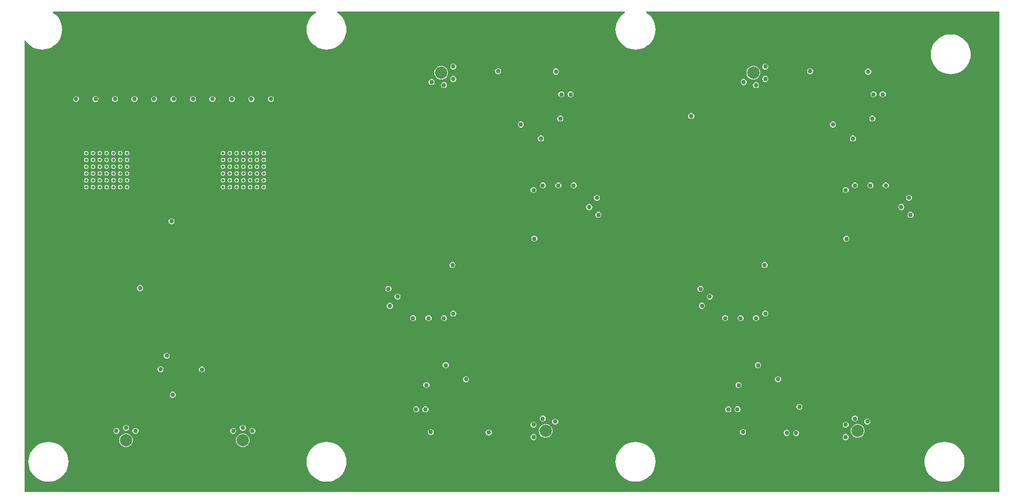
<source format=gbl>
G04*
G04 #@! TF.GenerationSoftware,Altium Limited,Altium Designer,25.4.2 (15)*
G04*
G04 Layer_Physical_Order=4*
G04 Layer_Color=16711680*
%FSAX44Y44*%
%MOMM*%
G71*
G04*
G04 #@! TF.SameCoordinates,DDFFB4A4-4E3D-46BD-814A-B4F9BFA491BB*
G04*
G04*
G04 #@! TF.FilePolarity,Positive*
G04*
G01*
G75*
%ADD70C,2.0000*%
%ADD71C,0.5000*%
%ADD72C,0.7500*%
G36*
X01588905Y00011095D02*
X00011095D01*
Y00742346D01*
X00012695Y00742797D01*
X00013812Y00740974D01*
X00017111Y00737111D01*
X00020973Y00733812D01*
X00025304Y00731158D01*
X00029997Y00729214D01*
X00034936Y00728029D01*
X00040000Y00727630D01*
X00045064Y00728029D01*
X00050003Y00729214D01*
X00054696Y00731158D01*
X00059026Y00733812D01*
X00062889Y00737111D01*
X00066188Y00740974D01*
X00068842Y00745304D01*
X00070785Y00749997D01*
X00071971Y00754936D01*
X00072370Y00760000D01*
X00071971Y00765064D01*
X00070785Y00770003D01*
X00068842Y00774696D01*
X00066188Y00779026D01*
X00062889Y00782889D01*
X00059026Y00786188D01*
X00057203Y00787305D01*
X00057654Y00788905D01*
X00482346D01*
X00482797Y00787305D01*
X00480974Y00786188D01*
X00477111Y00782889D01*
X00473812Y00779026D01*
X00471158Y00774696D01*
X00469215Y00770003D01*
X00468029Y00765064D01*
X00467630Y00760000D01*
X00468029Y00754936D01*
X00469215Y00749997D01*
X00471158Y00745304D01*
X00473812Y00740974D01*
X00477111Y00737111D01*
X00480974Y00733812D01*
X00485304Y00731158D01*
X00489997Y00729214D01*
X00494936Y00728029D01*
X00500000Y00727630D01*
X00505064Y00728029D01*
X00510003Y00729214D01*
X00514696Y00731158D01*
X00519026Y00733812D01*
X00522889Y00737111D01*
X00526188Y00740974D01*
X00528842Y00745304D01*
X00530785Y00749997D01*
X00531971Y00754936D01*
X00532370Y00760000D01*
X00531971Y00765064D01*
X00530785Y00770003D01*
X00528842Y00774696D01*
X00526188Y00779026D01*
X00522889Y00782889D01*
X00519026Y00786188D01*
X00517203Y00787305D01*
X00517654Y00788905D01*
X00982346D01*
X00982797Y00787305D01*
X00980974Y00786188D01*
X00977111Y00782889D01*
X00973812Y00779026D01*
X00971158Y00774696D01*
X00969214Y00770003D01*
X00968029Y00765064D01*
X00967630Y00760000D01*
X00968029Y00754936D01*
X00969214Y00749997D01*
X00971158Y00745304D01*
X00973812Y00740974D01*
X00977111Y00737111D01*
X00980974Y00733812D01*
X00985304Y00731158D01*
X00989997Y00729214D01*
X00994936Y00728029D01*
X01000000Y00727630D01*
X01005064Y00728029D01*
X01010003Y00729214D01*
X01014696Y00731158D01*
X01019026Y00733812D01*
X01022889Y00737111D01*
X01026188Y00740974D01*
X01028842Y00745304D01*
X01030786Y00749997D01*
X01031971Y00754936D01*
X01032370Y00760000D01*
X01031971Y00765064D01*
X01030786Y00770003D01*
X01028842Y00774696D01*
X01026188Y00779026D01*
X01022889Y00782889D01*
X01019026Y00786188D01*
X01017203Y00787305D01*
X01017654Y00788905D01*
X01588905D01*
Y00011095D01*
D02*
G37*
%LPC*%
G36*
X00705945Y00704750D02*
X00704055D01*
X00702309Y00704027D01*
X00700973Y00702691D01*
X00700250Y00700945D01*
Y00699055D01*
X00700973Y00697309D01*
X00702309Y00695973D01*
X00704055Y00695250D01*
X00705945D01*
X00707691Y00695973D01*
X00709027Y00697309D01*
X00709750Y00699055D01*
Y00700945D01*
X00709027Y00702691D01*
X00707691Y00704027D01*
X00705945Y00704750D01*
D02*
G37*
G36*
X01210921Y00704711D02*
X01209031D01*
X01207285Y00703988D01*
X01205949Y00702652D01*
X01205226Y00700906D01*
Y00699016D01*
X01205949Y00697270D01*
X01207285Y00695934D01*
X01209031Y00695211D01*
X01210921D01*
X01212667Y00695934D01*
X01214003Y00697270D01*
X01214726Y00699016D01*
Y00700906D01*
X01214003Y00702652D01*
X01212667Y00703988D01*
X01210921Y00704711D01*
D02*
G37*
G36*
X00778445Y00697250D02*
X00776555D01*
X00774809Y00696527D01*
X00773473Y00695191D01*
X00772750Y00693445D01*
Y00691555D01*
X00773473Y00689809D01*
X00774809Y00688473D01*
X00776555Y00687750D01*
X00778445D01*
X00780191Y00688473D01*
X00781527Y00689809D01*
X00782250Y00691555D01*
Y00693445D01*
X00781527Y00695191D01*
X00780191Y00696527D01*
X00778445Y00697250D01*
D02*
G37*
G36*
X01283445Y00697250D02*
X01281555D01*
X01279809Y00696527D01*
X01278473Y00695191D01*
X01277750Y00693445D01*
Y00691555D01*
X01278473Y00689809D01*
X01279809Y00688473D01*
X01281555Y00687750D01*
X01283445D01*
X01285191Y00688473D01*
X01286527Y00689809D01*
X01287250Y00691555D01*
Y00693445D01*
X01286527Y00695191D01*
X01285191Y00696527D01*
X01283445Y00697250D01*
D02*
G37*
G36*
X01510000Y00752370D02*
X01504936Y00751971D01*
X01499997Y00750786D01*
X01495304Y00748842D01*
X01490974Y00746188D01*
X01487111Y00742889D01*
X01483812Y00739026D01*
X01481158Y00734696D01*
X01479214Y00730003D01*
X01478029Y00725064D01*
X01477630Y00720000D01*
X01478029Y00714936D01*
X01479214Y00709997D01*
X01481158Y00705304D01*
X01483812Y00700974D01*
X01487111Y00697111D01*
X01490974Y00693812D01*
X01495304Y00691158D01*
X01499997Y00689214D01*
X01504936Y00688029D01*
X01510000Y00687630D01*
X01515064Y00688029D01*
X01520003Y00689214D01*
X01524696Y00691158D01*
X01529026Y00693812D01*
X01532889Y00697111D01*
X01536188Y00700974D01*
X01538842Y00705304D01*
X01540786Y00709997D01*
X01541971Y00714936D01*
X01542370Y00720000D01*
X01541971Y00725064D01*
X01540786Y00730003D01*
X01538842Y00734696D01*
X01536188Y00739026D01*
X01532889Y00742889D01*
X01529026Y00746188D01*
X01524696Y00748842D01*
X01520003Y00750786D01*
X01515064Y00751971D01*
X01510000Y00752370D01*
D02*
G37*
G36*
X00872215Y00696595D02*
X00870325D01*
X00868579Y00695872D01*
X00867243Y00694536D01*
X00866520Y00692790D01*
Y00690900D01*
X00867243Y00689154D01*
X00868579Y00687818D01*
X00870325Y00687095D01*
X00872215D01*
X00873961Y00687818D01*
X00875297Y00689154D01*
X00876020Y00690900D01*
Y00692790D01*
X00875297Y00694536D01*
X00873961Y00695872D01*
X00872215Y00696595D01*
D02*
G37*
G36*
X01377215Y00696595D02*
X01375325D01*
X01373579Y00695872D01*
X01372243Y00694536D01*
X01371520Y00692790D01*
Y00690900D01*
X01372243Y00689154D01*
X01373579Y00687818D01*
X01375325Y00687095D01*
X01377215D01*
X01378961Y00687818D01*
X01380297Y00689154D01*
X01381020Y00690900D01*
Y00692790D01*
X01380297Y00694536D01*
X01378961Y00695872D01*
X01377215Y00696595D01*
D02*
G37*
G36*
X01191948Y00701000D02*
X01189052D01*
X01186254Y00700250D01*
X01183746Y00698802D01*
X01181698Y00696754D01*
X01180250Y00694246D01*
X01179500Y00691448D01*
Y00688552D01*
X01180250Y00685754D01*
X01181698Y00683246D01*
X01183746Y00681198D01*
X01186254Y00679750D01*
X01189052Y00679000D01*
X01191948D01*
X01194746Y00679750D01*
X01197254Y00681198D01*
X01199302Y00683246D01*
X01200750Y00685754D01*
X01201500Y00688552D01*
Y00691448D01*
X01200750Y00694246D01*
X01199302Y00696754D01*
X01197254Y00698802D01*
X01194746Y00700250D01*
X01191948Y00701000D01*
D02*
G37*
G36*
X00686948Y00701000D02*
X00684052D01*
X00681254Y00700250D01*
X00678746Y00698802D01*
X00676698Y00696754D01*
X00675250Y00694246D01*
X00674500Y00691448D01*
Y00688552D01*
X00675250Y00685754D01*
X00676698Y00683246D01*
X00678746Y00681198D01*
X00681254Y00679750D01*
X00684052Y00679000D01*
X00686948D01*
X00689746Y00679750D01*
X00692254Y00681198D01*
X00694302Y00683246D01*
X00695750Y00685754D01*
X00696500Y00688552D01*
Y00691448D01*
X00695750Y00694246D01*
X00694302Y00696754D01*
X00692254Y00698802D01*
X00689746Y00700250D01*
X00686948Y00701000D01*
D02*
G37*
G36*
X00705945Y00684750D02*
X00704055D01*
X00702309Y00684027D01*
X00700973Y00682691D01*
X00700250Y00680945D01*
Y00679055D01*
X00700973Y00677309D01*
X00702309Y00675973D01*
X00704055Y00675250D01*
X00705945D01*
X00707691Y00675973D01*
X00709027Y00677309D01*
X00709750Y00679055D01*
Y00680945D01*
X00709027Y00682691D01*
X00707691Y00684027D01*
X00705945Y00684750D01*
D02*
G37*
G36*
X01210921Y00684711D02*
X01209031D01*
X01207285Y00683988D01*
X01205949Y00682652D01*
X01205226Y00680906D01*
Y00679016D01*
X01205949Y00677270D01*
X01207285Y00675934D01*
X01209031Y00675211D01*
X01210921D01*
X01212667Y00675934D01*
X01214003Y00677270D01*
X01214726Y00679016D01*
Y00680906D01*
X01214003Y00682652D01*
X01212667Y00683988D01*
X01210921Y00684711D01*
D02*
G37*
G36*
X00670945Y00679750D02*
X00669055D01*
X00667309Y00679027D01*
X00665973Y00677691D01*
X00665250Y00675945D01*
Y00674055D01*
X00665973Y00672309D01*
X00667309Y00670973D01*
X00669055Y00670250D01*
X00670945D01*
X00672691Y00670973D01*
X00674027Y00672309D01*
X00674750Y00674055D01*
Y00675945D01*
X00674027Y00677691D01*
X00672691Y00679027D01*
X00670945Y00679750D01*
D02*
G37*
G36*
X01175921Y00679711D02*
X01174031D01*
X01172285Y00678988D01*
X01170949Y00677652D01*
X01170226Y00675906D01*
Y00674016D01*
X01170949Y00672270D01*
X01172285Y00670934D01*
X01174031Y00670211D01*
X01175921D01*
X01177667Y00670934D01*
X01179003Y00672270D01*
X01179726Y00674016D01*
Y00675906D01*
X01179003Y00677652D01*
X01177667Y00678988D01*
X01175921Y00679711D01*
D02*
G37*
G36*
X00690945Y00674750D02*
X00689055D01*
X00687309Y00674027D01*
X00685973Y00672691D01*
X00685250Y00670945D01*
Y00669055D01*
X00685973Y00667309D01*
X00687309Y00665973D01*
X00689055Y00665250D01*
X00690945D01*
X00692691Y00665973D01*
X00694027Y00667309D01*
X00694750Y00669055D01*
Y00670945D01*
X00694027Y00672691D01*
X00692691Y00674027D01*
X00690945Y00674750D01*
D02*
G37*
G36*
X01195921Y00674711D02*
X01194031D01*
X01192285Y00673988D01*
X01190949Y00672652D01*
X01190226Y00670906D01*
Y00669016D01*
X01190949Y00667270D01*
X01192285Y00665934D01*
X01194031Y00665211D01*
X01195921D01*
X01197667Y00665934D01*
X01199003Y00667270D01*
X01199726Y00669016D01*
Y00670906D01*
X01199003Y00672652D01*
X01197667Y00673988D01*
X01195921Y00674711D01*
D02*
G37*
G36*
X00895945Y00659750D02*
X00894055D01*
X00892309Y00659027D01*
X00890973Y00657691D01*
X00890250Y00655945D01*
Y00654055D01*
X00890973Y00652309D01*
X00892309Y00650973D01*
X00894055Y00650250D01*
X00895945D01*
X00897691Y00650973D01*
X00899027Y00652309D01*
X00899750Y00654055D01*
Y00655945D01*
X00899027Y00657691D01*
X00897691Y00659027D01*
X00895945Y00659750D01*
D02*
G37*
G36*
X00880945D02*
X00879055D01*
X00877309Y00659027D01*
X00875973Y00657691D01*
X00875250Y00655945D01*
Y00654055D01*
X00875973Y00652309D01*
X00877309Y00650973D01*
X00879055Y00650250D01*
X00880945D01*
X00882691Y00650973D01*
X00884027Y00652309D01*
X00884750Y00654055D01*
Y00655945D01*
X00884027Y00657691D01*
X00882691Y00659027D01*
X00880945Y00659750D01*
D02*
G37*
G36*
X01400945Y00659750D02*
X01399055D01*
X01397309Y00659027D01*
X01395973Y00657691D01*
X01395250Y00655945D01*
Y00654055D01*
X01395973Y00652309D01*
X01397309Y00650973D01*
X01399055Y00650250D01*
X01400945D01*
X01402691Y00650973D01*
X01404027Y00652309D01*
X01404750Y00654055D01*
Y00655945D01*
X01404027Y00657691D01*
X01402691Y00659027D01*
X01400945Y00659750D01*
D02*
G37*
G36*
X01385945D02*
X01384055D01*
X01382309Y00659027D01*
X01380973Y00657691D01*
X01380250Y00655945D01*
Y00654055D01*
X01380973Y00652309D01*
X01382309Y00650973D01*
X01384055Y00650250D01*
X01385945D01*
X01387691Y00650973D01*
X01389027Y00652309D01*
X01389750Y00654055D01*
Y00655945D01*
X01389027Y00657691D01*
X01387691Y00659027D01*
X01385945Y00659750D01*
D02*
G37*
G36*
X00410945Y00652250D02*
X00409055D01*
X00407309Y00651527D01*
X00405973Y00650191D01*
X00405250Y00648445D01*
Y00646555D01*
X00405973Y00644809D01*
X00407309Y00643473D01*
X00409055Y00642750D01*
X00410945D01*
X00412691Y00643473D01*
X00414027Y00644809D01*
X00414750Y00646555D01*
Y00648445D01*
X00414027Y00650191D01*
X00412691Y00651527D01*
X00410945Y00652250D01*
D02*
G37*
G36*
X00379411D02*
X00377521D01*
X00375775Y00651527D01*
X00374439Y00650191D01*
X00373716Y00648445D01*
Y00646555D01*
X00374439Y00644809D01*
X00375775Y00643473D01*
X00377521Y00642750D01*
X00379411D01*
X00381157Y00643473D01*
X00382493Y00644809D01*
X00383216Y00646555D01*
Y00648445D01*
X00382493Y00650191D01*
X00381157Y00651527D01*
X00379411Y00652250D01*
D02*
G37*
G36*
X00347877D02*
X00345987D01*
X00344241Y00651527D01*
X00342905Y00650191D01*
X00342182Y00648445D01*
Y00646555D01*
X00342905Y00644809D01*
X00344241Y00643473D01*
X00345987Y00642750D01*
X00347877D01*
X00349623Y00643473D01*
X00350959Y00644809D01*
X00351682Y00646555D01*
Y00648445D01*
X00350959Y00650191D01*
X00349623Y00651527D01*
X00347877Y00652250D01*
D02*
G37*
G36*
X00316343D02*
X00314453D01*
X00312707Y00651527D01*
X00311371Y00650191D01*
X00310648Y00648445D01*
Y00646555D01*
X00311371Y00644809D01*
X00312707Y00643473D01*
X00314453Y00642750D01*
X00316343D01*
X00318089Y00643473D01*
X00319425Y00644809D01*
X00320148Y00646555D01*
Y00648445D01*
X00319425Y00650191D01*
X00318089Y00651527D01*
X00316343Y00652250D01*
D02*
G37*
G36*
X00284809D02*
X00282919D01*
X00281173Y00651527D01*
X00279837Y00650191D01*
X00279114Y00648445D01*
Y00646555D01*
X00279837Y00644809D01*
X00281173Y00643473D01*
X00282919Y00642750D01*
X00284809D01*
X00286555Y00643473D01*
X00287891Y00644809D01*
X00288614Y00646555D01*
Y00648445D01*
X00287891Y00650191D01*
X00286555Y00651527D01*
X00284809Y00652250D01*
D02*
G37*
G36*
X00253275D02*
X00251385D01*
X00249639Y00651527D01*
X00248303Y00650191D01*
X00247580Y00648445D01*
Y00646555D01*
X00248303Y00644809D01*
X00249639Y00643473D01*
X00251385Y00642750D01*
X00253275D01*
X00255021Y00643473D01*
X00256357Y00644809D01*
X00257080Y00646555D01*
Y00648445D01*
X00256357Y00650191D01*
X00255021Y00651527D01*
X00253275Y00652250D01*
D02*
G37*
G36*
X00221741D02*
X00219851D01*
X00218105Y00651527D01*
X00216769Y00650191D01*
X00216046Y00648445D01*
Y00646555D01*
X00216769Y00644809D01*
X00218105Y00643473D01*
X00219851Y00642750D01*
X00221741D01*
X00223487Y00643473D01*
X00224823Y00644809D01*
X00225546Y00646555D01*
Y00648445D01*
X00224823Y00650191D01*
X00223487Y00651527D01*
X00221741Y00652250D01*
D02*
G37*
G36*
X00190207D02*
X00188317D01*
X00186571Y00651527D01*
X00185235Y00650191D01*
X00184512Y00648445D01*
Y00646555D01*
X00185235Y00644809D01*
X00186571Y00643473D01*
X00188317Y00642750D01*
X00190207D01*
X00191953Y00643473D01*
X00193289Y00644809D01*
X00194012Y00646555D01*
Y00648445D01*
X00193289Y00650191D01*
X00191953Y00651527D01*
X00190207Y00652250D01*
D02*
G37*
G36*
X00158673D02*
X00156783D01*
X00155037Y00651527D01*
X00153701Y00650191D01*
X00152978Y00648445D01*
Y00646555D01*
X00153701Y00644809D01*
X00155037Y00643473D01*
X00156783Y00642750D01*
X00158673D01*
X00160419Y00643473D01*
X00161755Y00644809D01*
X00162478Y00646555D01*
Y00648445D01*
X00161755Y00650191D01*
X00160419Y00651527D01*
X00158673Y00652250D01*
D02*
G37*
G36*
X00127139D02*
X00125249D01*
X00123503Y00651527D01*
X00122167Y00650191D01*
X00121444Y00648445D01*
Y00646555D01*
X00122167Y00644809D01*
X00123503Y00643473D01*
X00125249Y00642750D01*
X00127139D01*
X00128885Y00643473D01*
X00130221Y00644809D01*
X00130944Y00646555D01*
Y00648445D01*
X00130221Y00650191D01*
X00128885Y00651527D01*
X00127139Y00652250D01*
D02*
G37*
G36*
X00095605D02*
X00093715D01*
X00091969Y00651527D01*
X00090633Y00650191D01*
X00089910Y00648445D01*
Y00646555D01*
X00090633Y00644809D01*
X00091969Y00643473D01*
X00093715Y00642750D01*
X00095605D01*
X00097351Y00643473D01*
X00098687Y00644809D01*
X00099410Y00646555D01*
Y00648445D01*
X00098687Y00650191D01*
X00097351Y00651527D01*
X00095605Y00652250D01*
D02*
G37*
G36*
X01090945Y00624750D02*
X01089055D01*
X01087309Y00624027D01*
X01085973Y00622691D01*
X01085250Y00620945D01*
Y00619055D01*
X01085973Y00617309D01*
X01087309Y00615973D01*
X01089055Y00615250D01*
X01090945D01*
X01092691Y00615973D01*
X01094027Y00617309D01*
X01094750Y00619055D01*
Y00620945D01*
X01094027Y00622691D01*
X01092691Y00624027D01*
X01090945Y00624750D01*
D02*
G37*
G36*
X00879195Y00620500D02*
X00877305D01*
X00875559Y00619777D01*
X00874223Y00618441D01*
X00873500Y00616695D01*
Y00614805D01*
X00874223Y00613059D01*
X00875559Y00611723D01*
X00877305Y00611000D01*
X00879195D01*
X00880941Y00611723D01*
X00882277Y00613059D01*
X00883000Y00614805D01*
Y00616695D01*
X00882277Y00618441D01*
X00880941Y00619777D01*
X00879195Y00620500D01*
D02*
G37*
G36*
X01384195Y00620500D02*
X01382305D01*
X01380559Y00619777D01*
X01379223Y00618441D01*
X01378500Y00616695D01*
Y00614805D01*
X01379223Y00613059D01*
X01380559Y00611723D01*
X01382305Y00611000D01*
X01384195D01*
X01385941Y00611723D01*
X01387277Y00613059D01*
X01388000Y00614805D01*
Y00616695D01*
X01387277Y00618441D01*
X01385941Y00619777D01*
X01384195Y00620500D01*
D02*
G37*
G36*
X00815330Y00611047D02*
X00813440D01*
X00811694Y00610324D01*
X00810358Y00608988D01*
X00809635Y00607242D01*
Y00605352D01*
X00810358Y00603606D01*
X00811694Y00602270D01*
X00813440Y00601547D01*
X00815330D01*
X00817076Y00602270D01*
X00818412Y00603606D01*
X00819135Y00605352D01*
Y00607242D01*
X00818412Y00608988D01*
X00817076Y00610324D01*
X00815330Y00611047D01*
D02*
G37*
G36*
X01320330Y00611047D02*
X01318440D01*
X01316694Y00610324D01*
X01315358Y00608988D01*
X01314635Y00607242D01*
Y00605352D01*
X01315358Y00603606D01*
X01316694Y00602270D01*
X01318440Y00601547D01*
X01320330D01*
X01322076Y00602270D01*
X01323412Y00603606D01*
X01324135Y00605352D01*
Y00607242D01*
X01323412Y00608988D01*
X01322076Y00610324D01*
X01320330Y00611047D01*
D02*
G37*
G36*
X00847859Y00588382D02*
X00845970D01*
X00844224Y00587658D01*
X00842888Y00586322D01*
X00842165Y00584576D01*
Y00582687D01*
X00842888Y00580941D01*
X00844224Y00579605D01*
X00845970Y00578881D01*
X00847859D01*
X00849605Y00579605D01*
X00850941Y00580941D01*
X00851665Y00582687D01*
Y00584576D01*
X00850941Y00586322D01*
X00849605Y00587658D01*
X00847859Y00588382D01*
D02*
G37*
G36*
X01352859Y00588381D02*
X01350970D01*
X01349224Y00587658D01*
X01347888Y00586322D01*
X01347165Y00584576D01*
Y00582687D01*
X01347888Y00580941D01*
X01349224Y00579605D01*
X01350970Y00578881D01*
X01352859D01*
X01354605Y00579605D01*
X01355941Y00580941D01*
X01356665Y00582687D01*
Y00584576D01*
X01355941Y00586322D01*
X01354605Y00587658D01*
X01352859Y00588381D01*
D02*
G37*
G36*
X00399226Y00563495D02*
X00397834D01*
X00396547Y00562962D01*
X00395563Y00561978D01*
X00395030Y00560691D01*
Y00559299D01*
X00395563Y00558012D01*
X00396547Y00557028D01*
X00397834Y00556495D01*
X00399226D01*
X00400513Y00557028D01*
X00401497Y00558012D01*
X00402030Y00559299D01*
Y00560691D01*
X00401497Y00561978D01*
X00400513Y00562962D01*
X00399226Y00563495D01*
D02*
G37*
G36*
X00388226D02*
X00386834D01*
X00385547Y00562962D01*
X00384563Y00561978D01*
X00384030Y00560691D01*
Y00559299D01*
X00384563Y00558012D01*
X00385547Y00557028D01*
X00386834Y00556495D01*
X00388226D01*
X00389513Y00557028D01*
X00390497Y00558012D01*
X00391030Y00559299D01*
Y00560691D01*
X00390497Y00561978D01*
X00389513Y00562962D01*
X00388226Y00563495D01*
D02*
G37*
G36*
X00377226D02*
X00375834D01*
X00374547Y00562962D01*
X00373563Y00561978D01*
X00373030Y00560691D01*
Y00559299D01*
X00373563Y00558012D01*
X00374547Y00557028D01*
X00375834Y00556495D01*
X00377226D01*
X00378513Y00557028D01*
X00379497Y00558012D01*
X00380030Y00559299D01*
Y00560691D01*
X00379497Y00561978D01*
X00378513Y00562962D01*
X00377226Y00563495D01*
D02*
G37*
G36*
X00366226D02*
X00364834D01*
X00363547Y00562962D01*
X00362563Y00561978D01*
X00362030Y00560691D01*
Y00559299D01*
X00362563Y00558012D01*
X00363547Y00557028D01*
X00364834Y00556495D01*
X00366226D01*
X00367513Y00557028D01*
X00368497Y00558012D01*
X00369030Y00559299D01*
Y00560691D01*
X00368497Y00561978D01*
X00367513Y00562962D01*
X00366226Y00563495D01*
D02*
G37*
G36*
X00355226D02*
X00353834D01*
X00352547Y00562962D01*
X00351563Y00561978D01*
X00351030Y00560691D01*
Y00559299D01*
X00351563Y00558012D01*
X00352547Y00557028D01*
X00353834Y00556495D01*
X00355226D01*
X00356513Y00557028D01*
X00357497Y00558012D01*
X00358030Y00559299D01*
Y00560691D01*
X00357497Y00561978D01*
X00356513Y00562962D01*
X00355226Y00563495D01*
D02*
G37*
G36*
X00344226D02*
X00342834D01*
X00341547Y00562962D01*
X00340563Y00561978D01*
X00340030Y00560691D01*
Y00559299D01*
X00340563Y00558012D01*
X00341547Y00557028D01*
X00342834Y00556495D01*
X00344226D01*
X00345513Y00557028D01*
X00346497Y00558012D01*
X00347030Y00559299D01*
Y00560691D01*
X00346497Y00561978D01*
X00345513Y00562962D01*
X00344226Y00563495D01*
D02*
G37*
G36*
X00333226D02*
X00331834D01*
X00330547Y00562962D01*
X00329563Y00561978D01*
X00329030Y00560691D01*
Y00559299D01*
X00329563Y00558012D01*
X00330547Y00557028D01*
X00331834Y00556495D01*
X00333226D01*
X00334513Y00557028D01*
X00335497Y00558012D01*
X00336030Y00559299D01*
Y00560691D01*
X00335497Y00561978D01*
X00334513Y00562962D01*
X00333226Y00563495D01*
D02*
G37*
G36*
X00177896D02*
X00176504D01*
X00175217Y00562962D01*
X00174233Y00561978D01*
X00173700Y00560691D01*
Y00559299D01*
X00174233Y00558012D01*
X00175217Y00557028D01*
X00176504Y00556495D01*
X00177896D01*
X00179183Y00557028D01*
X00180167Y00558012D01*
X00180700Y00559299D01*
Y00560691D01*
X00180167Y00561978D01*
X00179183Y00562962D01*
X00177896Y00563495D01*
D02*
G37*
G36*
X00166896D02*
X00165504D01*
X00164217Y00562962D01*
X00163233Y00561978D01*
X00162700Y00560691D01*
Y00559299D01*
X00163233Y00558012D01*
X00164217Y00557028D01*
X00165504Y00556495D01*
X00166896D01*
X00168183Y00557028D01*
X00169167Y00558012D01*
X00169700Y00559299D01*
Y00560691D01*
X00169167Y00561978D01*
X00168183Y00562962D01*
X00166896Y00563495D01*
D02*
G37*
G36*
X00155896D02*
X00154504D01*
X00153217Y00562962D01*
X00152233Y00561978D01*
X00151700Y00560691D01*
Y00559299D01*
X00152233Y00558012D01*
X00153217Y00557028D01*
X00154504Y00556495D01*
X00155896D01*
X00157183Y00557028D01*
X00158167Y00558012D01*
X00158700Y00559299D01*
Y00560691D01*
X00158167Y00561978D01*
X00157183Y00562962D01*
X00155896Y00563495D01*
D02*
G37*
G36*
X00144896D02*
X00143504D01*
X00142217Y00562962D01*
X00141233Y00561978D01*
X00140700Y00560691D01*
Y00559299D01*
X00141233Y00558012D01*
X00142217Y00557028D01*
X00143504Y00556495D01*
X00144896D01*
X00146183Y00557028D01*
X00147167Y00558012D01*
X00147700Y00559299D01*
Y00560691D01*
X00147167Y00561978D01*
X00146183Y00562962D01*
X00144896Y00563495D01*
D02*
G37*
G36*
X00133896D02*
X00132504D01*
X00131217Y00562962D01*
X00130233Y00561978D01*
X00129700Y00560691D01*
Y00559299D01*
X00130233Y00558012D01*
X00131217Y00557028D01*
X00132504Y00556495D01*
X00133896D01*
X00135183Y00557028D01*
X00136167Y00558012D01*
X00136700Y00559299D01*
Y00560691D01*
X00136167Y00561978D01*
X00135183Y00562962D01*
X00133896Y00563495D01*
D02*
G37*
G36*
X00122896D02*
X00121504D01*
X00120217Y00562962D01*
X00119233Y00561978D01*
X00118700Y00560691D01*
Y00559299D01*
X00119233Y00558012D01*
X00120217Y00557028D01*
X00121504Y00556495D01*
X00122896D01*
X00124183Y00557028D01*
X00125167Y00558012D01*
X00125700Y00559299D01*
Y00560691D01*
X00125167Y00561978D01*
X00124183Y00562962D01*
X00122896Y00563495D01*
D02*
G37*
G36*
X00111896D02*
X00110504D01*
X00109217Y00562962D01*
X00108233Y00561978D01*
X00107700Y00560691D01*
Y00559299D01*
X00108233Y00558012D01*
X00109217Y00557028D01*
X00110504Y00556495D01*
X00111896D01*
X00113183Y00557028D01*
X00114167Y00558012D01*
X00114700Y00559299D01*
Y00560691D01*
X00114167Y00561978D01*
X00113183Y00562962D01*
X00111896Y00563495D01*
D02*
G37*
G36*
X00399226Y00552495D02*
X00397834D01*
X00396547Y00551962D01*
X00395563Y00550978D01*
X00395030Y00549691D01*
Y00548299D01*
X00395563Y00547012D01*
X00396547Y00546028D01*
X00397834Y00545495D01*
X00399226D01*
X00400513Y00546028D01*
X00401497Y00547012D01*
X00402030Y00548299D01*
Y00549691D01*
X00401497Y00550978D01*
X00400513Y00551962D01*
X00399226Y00552495D01*
D02*
G37*
G36*
X00388226D02*
X00386834D01*
X00385547Y00551962D01*
X00384563Y00550978D01*
X00384030Y00549691D01*
Y00548299D01*
X00384563Y00547012D01*
X00385547Y00546028D01*
X00386834Y00545495D01*
X00388226D01*
X00389513Y00546028D01*
X00390497Y00547012D01*
X00391030Y00548299D01*
Y00549691D01*
X00390497Y00550978D01*
X00389513Y00551962D01*
X00388226Y00552495D01*
D02*
G37*
G36*
X00377226D02*
X00375834D01*
X00374547Y00551962D01*
X00373563Y00550978D01*
X00373030Y00549691D01*
Y00548299D01*
X00373563Y00547012D01*
X00374547Y00546028D01*
X00375834Y00545495D01*
X00377226D01*
X00378513Y00546028D01*
X00379497Y00547012D01*
X00380030Y00548299D01*
Y00549691D01*
X00379497Y00550978D01*
X00378513Y00551962D01*
X00377226Y00552495D01*
D02*
G37*
G36*
X00366226D02*
X00364834D01*
X00363547Y00551962D01*
X00362563Y00550978D01*
X00362030Y00549691D01*
Y00548299D01*
X00362563Y00547012D01*
X00363547Y00546028D01*
X00364834Y00545495D01*
X00366226D01*
X00367513Y00546028D01*
X00368497Y00547012D01*
X00369030Y00548299D01*
Y00549691D01*
X00368497Y00550978D01*
X00367513Y00551962D01*
X00366226Y00552495D01*
D02*
G37*
G36*
X00355226D02*
X00353834D01*
X00352547Y00551962D01*
X00351563Y00550978D01*
X00351030Y00549691D01*
Y00548299D01*
X00351563Y00547012D01*
X00352547Y00546028D01*
X00353834Y00545495D01*
X00355226D01*
X00356513Y00546028D01*
X00357497Y00547012D01*
X00358030Y00548299D01*
Y00549691D01*
X00357497Y00550978D01*
X00356513Y00551962D01*
X00355226Y00552495D01*
D02*
G37*
G36*
X00344226D02*
X00342834D01*
X00341547Y00551962D01*
X00340563Y00550978D01*
X00340030Y00549691D01*
Y00548299D01*
X00340563Y00547012D01*
X00341547Y00546028D01*
X00342834Y00545495D01*
X00344226D01*
X00345513Y00546028D01*
X00346497Y00547012D01*
X00347030Y00548299D01*
Y00549691D01*
X00346497Y00550978D01*
X00345513Y00551962D01*
X00344226Y00552495D01*
D02*
G37*
G36*
X00333226D02*
X00331834D01*
X00330547Y00551962D01*
X00329563Y00550978D01*
X00329030Y00549691D01*
Y00548299D01*
X00329563Y00547012D01*
X00330547Y00546028D01*
X00331834Y00545495D01*
X00333226D01*
X00334513Y00546028D01*
X00335497Y00547012D01*
X00336030Y00548299D01*
Y00549691D01*
X00335497Y00550978D01*
X00334513Y00551962D01*
X00333226Y00552495D01*
D02*
G37*
G36*
X00177896D02*
X00176504D01*
X00175217Y00551962D01*
X00174233Y00550978D01*
X00173700Y00549691D01*
Y00548299D01*
X00174233Y00547012D01*
X00175217Y00546028D01*
X00176504Y00545495D01*
X00177896D01*
X00179183Y00546028D01*
X00180167Y00547012D01*
X00180700Y00548299D01*
Y00549691D01*
X00180167Y00550978D01*
X00179183Y00551962D01*
X00177896Y00552495D01*
D02*
G37*
G36*
X00166896D02*
X00165504D01*
X00164217Y00551962D01*
X00163233Y00550978D01*
X00162700Y00549691D01*
Y00548299D01*
X00163233Y00547012D01*
X00164217Y00546028D01*
X00165504Y00545495D01*
X00166896D01*
X00168183Y00546028D01*
X00169167Y00547012D01*
X00169700Y00548299D01*
Y00549691D01*
X00169167Y00550978D01*
X00168183Y00551962D01*
X00166896Y00552495D01*
D02*
G37*
G36*
X00155896D02*
X00154504D01*
X00153217Y00551962D01*
X00152233Y00550978D01*
X00151700Y00549691D01*
Y00548299D01*
X00152233Y00547012D01*
X00153217Y00546028D01*
X00154504Y00545495D01*
X00155896D01*
X00157183Y00546028D01*
X00158167Y00547012D01*
X00158700Y00548299D01*
Y00549691D01*
X00158167Y00550978D01*
X00157183Y00551962D01*
X00155896Y00552495D01*
D02*
G37*
G36*
X00144896D02*
X00143504D01*
X00142217Y00551962D01*
X00141233Y00550978D01*
X00140700Y00549691D01*
Y00548299D01*
X00141233Y00547012D01*
X00142217Y00546028D01*
X00143504Y00545495D01*
X00144896D01*
X00146183Y00546028D01*
X00147167Y00547012D01*
X00147700Y00548299D01*
Y00549691D01*
X00147167Y00550978D01*
X00146183Y00551962D01*
X00144896Y00552495D01*
D02*
G37*
G36*
X00133896D02*
X00132504D01*
X00131217Y00551962D01*
X00130233Y00550978D01*
X00129700Y00549691D01*
Y00548299D01*
X00130233Y00547012D01*
X00131217Y00546028D01*
X00132504Y00545495D01*
X00133896D01*
X00135183Y00546028D01*
X00136167Y00547012D01*
X00136700Y00548299D01*
Y00549691D01*
X00136167Y00550978D01*
X00135183Y00551962D01*
X00133896Y00552495D01*
D02*
G37*
G36*
X00122896D02*
X00121504D01*
X00120217Y00551962D01*
X00119233Y00550978D01*
X00118700Y00549691D01*
Y00548299D01*
X00119233Y00547012D01*
X00120217Y00546028D01*
X00121504Y00545495D01*
X00122896D01*
X00124183Y00546028D01*
X00125167Y00547012D01*
X00125700Y00548299D01*
Y00549691D01*
X00125167Y00550978D01*
X00124183Y00551962D01*
X00122896Y00552495D01*
D02*
G37*
G36*
X00111896D02*
X00110504D01*
X00109217Y00551962D01*
X00108233Y00550978D01*
X00107700Y00549691D01*
Y00548299D01*
X00108233Y00547012D01*
X00109217Y00546028D01*
X00110504Y00545495D01*
X00111896D01*
X00113183Y00546028D01*
X00114167Y00547012D01*
X00114700Y00548299D01*
Y00549691D01*
X00114167Y00550978D01*
X00113183Y00551962D01*
X00111896Y00552495D01*
D02*
G37*
G36*
X00399226Y00541495D02*
X00397834D01*
X00396547Y00540962D01*
X00395563Y00539978D01*
X00395030Y00538691D01*
Y00537299D01*
X00395563Y00536012D01*
X00396547Y00535028D01*
X00397834Y00534495D01*
X00399226D01*
X00400513Y00535028D01*
X00401497Y00536012D01*
X00402030Y00537299D01*
Y00538691D01*
X00401497Y00539978D01*
X00400513Y00540962D01*
X00399226Y00541495D01*
D02*
G37*
G36*
X00388226D02*
X00386834D01*
X00385547Y00540962D01*
X00384563Y00539978D01*
X00384030Y00538691D01*
Y00537299D01*
X00384563Y00536012D01*
X00385547Y00535028D01*
X00386834Y00534495D01*
X00388226D01*
X00389513Y00535028D01*
X00390497Y00536012D01*
X00391030Y00537299D01*
Y00538691D01*
X00390497Y00539978D01*
X00389513Y00540962D01*
X00388226Y00541495D01*
D02*
G37*
G36*
X00377226D02*
X00375834D01*
X00374547Y00540962D01*
X00373563Y00539978D01*
X00373030Y00538691D01*
Y00537299D01*
X00373563Y00536012D01*
X00374547Y00535028D01*
X00375834Y00534495D01*
X00377226D01*
X00378513Y00535028D01*
X00379497Y00536012D01*
X00380030Y00537299D01*
Y00538691D01*
X00379497Y00539978D01*
X00378513Y00540962D01*
X00377226Y00541495D01*
D02*
G37*
G36*
X00366226D02*
X00364834D01*
X00363547Y00540962D01*
X00362563Y00539978D01*
X00362030Y00538691D01*
Y00537299D01*
X00362563Y00536012D01*
X00363547Y00535028D01*
X00364834Y00534495D01*
X00366226D01*
X00367513Y00535028D01*
X00368497Y00536012D01*
X00369030Y00537299D01*
Y00538691D01*
X00368497Y00539978D01*
X00367513Y00540962D01*
X00366226Y00541495D01*
D02*
G37*
G36*
X00355226D02*
X00353834D01*
X00352547Y00540962D01*
X00351563Y00539978D01*
X00351030Y00538691D01*
Y00537299D01*
X00351563Y00536012D01*
X00352547Y00535028D01*
X00353834Y00534495D01*
X00355226D01*
X00356513Y00535028D01*
X00357497Y00536012D01*
X00358030Y00537299D01*
Y00538691D01*
X00357497Y00539978D01*
X00356513Y00540962D01*
X00355226Y00541495D01*
D02*
G37*
G36*
X00344226D02*
X00342834D01*
X00341547Y00540962D01*
X00340563Y00539978D01*
X00340030Y00538691D01*
Y00537299D01*
X00340563Y00536012D01*
X00341547Y00535028D01*
X00342834Y00534495D01*
X00344226D01*
X00345513Y00535028D01*
X00346497Y00536012D01*
X00347030Y00537299D01*
Y00538691D01*
X00346497Y00539978D01*
X00345513Y00540962D01*
X00344226Y00541495D01*
D02*
G37*
G36*
X00333226D02*
X00331834D01*
X00330547Y00540962D01*
X00329563Y00539978D01*
X00329030Y00538691D01*
Y00537299D01*
X00329563Y00536012D01*
X00330547Y00535028D01*
X00331834Y00534495D01*
X00333226D01*
X00334513Y00535028D01*
X00335497Y00536012D01*
X00336030Y00537299D01*
Y00538691D01*
X00335497Y00539978D01*
X00334513Y00540962D01*
X00333226Y00541495D01*
D02*
G37*
G36*
X00177896D02*
X00176504D01*
X00175217Y00540962D01*
X00174233Y00539978D01*
X00173700Y00538691D01*
Y00537299D01*
X00174233Y00536012D01*
X00175217Y00535028D01*
X00176504Y00534495D01*
X00177896D01*
X00179183Y00535028D01*
X00180167Y00536012D01*
X00180700Y00537299D01*
Y00538691D01*
X00180167Y00539978D01*
X00179183Y00540962D01*
X00177896Y00541495D01*
D02*
G37*
G36*
X00166896D02*
X00165504D01*
X00164217Y00540962D01*
X00163233Y00539978D01*
X00162700Y00538691D01*
Y00537299D01*
X00163233Y00536012D01*
X00164217Y00535028D01*
X00165504Y00534495D01*
X00166896D01*
X00168183Y00535028D01*
X00169167Y00536012D01*
X00169700Y00537299D01*
Y00538691D01*
X00169167Y00539978D01*
X00168183Y00540962D01*
X00166896Y00541495D01*
D02*
G37*
G36*
X00155896D02*
X00154504D01*
X00153217Y00540962D01*
X00152233Y00539978D01*
X00151700Y00538691D01*
Y00537299D01*
X00152233Y00536012D01*
X00153217Y00535028D01*
X00154504Y00534495D01*
X00155896D01*
X00157183Y00535028D01*
X00158167Y00536012D01*
X00158700Y00537299D01*
Y00538691D01*
X00158167Y00539978D01*
X00157183Y00540962D01*
X00155896Y00541495D01*
D02*
G37*
G36*
X00144896D02*
X00143504D01*
X00142217Y00540962D01*
X00141233Y00539978D01*
X00140700Y00538691D01*
Y00537299D01*
X00141233Y00536012D01*
X00142217Y00535028D01*
X00143504Y00534495D01*
X00144896D01*
X00146183Y00535028D01*
X00147167Y00536012D01*
X00147700Y00537299D01*
Y00538691D01*
X00147167Y00539978D01*
X00146183Y00540962D01*
X00144896Y00541495D01*
D02*
G37*
G36*
X00133896D02*
X00132504D01*
X00131217Y00540962D01*
X00130233Y00539978D01*
X00129700Y00538691D01*
Y00537299D01*
X00130233Y00536012D01*
X00131217Y00535028D01*
X00132504Y00534495D01*
X00133896D01*
X00135183Y00535028D01*
X00136167Y00536012D01*
X00136700Y00537299D01*
Y00538691D01*
X00136167Y00539978D01*
X00135183Y00540962D01*
X00133896Y00541495D01*
D02*
G37*
G36*
X00122896D02*
X00121504D01*
X00120217Y00540962D01*
X00119233Y00539978D01*
X00118700Y00538691D01*
Y00537299D01*
X00119233Y00536012D01*
X00120217Y00535028D01*
X00121504Y00534495D01*
X00122896D01*
X00124183Y00535028D01*
X00125167Y00536012D01*
X00125700Y00537299D01*
Y00538691D01*
X00125167Y00539978D01*
X00124183Y00540962D01*
X00122896Y00541495D01*
D02*
G37*
G36*
X00111896D02*
X00110504D01*
X00109217Y00540962D01*
X00108233Y00539978D01*
X00107700Y00538691D01*
Y00537299D01*
X00108233Y00536012D01*
X00109217Y00535028D01*
X00110504Y00534495D01*
X00111896D01*
X00113183Y00535028D01*
X00114167Y00536012D01*
X00114700Y00537299D01*
Y00538691D01*
X00114167Y00539978D01*
X00113183Y00540962D01*
X00111896Y00541495D01*
D02*
G37*
G36*
X00399226Y00530495D02*
X00397834D01*
X00396547Y00529962D01*
X00395563Y00528978D01*
X00395030Y00527691D01*
Y00526299D01*
X00395563Y00525012D01*
X00396547Y00524028D01*
X00397834Y00523495D01*
X00399226D01*
X00400513Y00524028D01*
X00401497Y00525012D01*
X00402030Y00526299D01*
Y00527691D01*
X00401497Y00528978D01*
X00400513Y00529962D01*
X00399226Y00530495D01*
D02*
G37*
G36*
X00388226D02*
X00386834D01*
X00385547Y00529962D01*
X00384563Y00528978D01*
X00384030Y00527691D01*
Y00526299D01*
X00384563Y00525012D01*
X00385547Y00524028D01*
X00386834Y00523495D01*
X00388226D01*
X00389513Y00524028D01*
X00390497Y00525012D01*
X00391030Y00526299D01*
Y00527691D01*
X00390497Y00528978D01*
X00389513Y00529962D01*
X00388226Y00530495D01*
D02*
G37*
G36*
X00377226D02*
X00375834D01*
X00374547Y00529962D01*
X00373563Y00528978D01*
X00373030Y00527691D01*
Y00526299D01*
X00373563Y00525012D01*
X00374547Y00524028D01*
X00375834Y00523495D01*
X00377226D01*
X00378513Y00524028D01*
X00379497Y00525012D01*
X00380030Y00526299D01*
Y00527691D01*
X00379497Y00528978D01*
X00378513Y00529962D01*
X00377226Y00530495D01*
D02*
G37*
G36*
X00366226D02*
X00364834D01*
X00363547Y00529962D01*
X00362563Y00528978D01*
X00362030Y00527691D01*
Y00526299D01*
X00362563Y00525012D01*
X00363547Y00524028D01*
X00364834Y00523495D01*
X00366226D01*
X00367513Y00524028D01*
X00368497Y00525012D01*
X00369030Y00526299D01*
Y00527691D01*
X00368497Y00528978D01*
X00367513Y00529962D01*
X00366226Y00530495D01*
D02*
G37*
G36*
X00355226D02*
X00353834D01*
X00352547Y00529962D01*
X00351563Y00528978D01*
X00351030Y00527691D01*
Y00526299D01*
X00351563Y00525012D01*
X00352547Y00524028D01*
X00353834Y00523495D01*
X00355226D01*
X00356513Y00524028D01*
X00357497Y00525012D01*
X00358030Y00526299D01*
Y00527691D01*
X00357497Y00528978D01*
X00356513Y00529962D01*
X00355226Y00530495D01*
D02*
G37*
G36*
X00344226D02*
X00342834D01*
X00341547Y00529962D01*
X00340563Y00528978D01*
X00340030Y00527691D01*
Y00526299D01*
X00340563Y00525012D01*
X00341547Y00524028D01*
X00342834Y00523495D01*
X00344226D01*
X00345513Y00524028D01*
X00346497Y00525012D01*
X00347030Y00526299D01*
Y00527691D01*
X00346497Y00528978D01*
X00345513Y00529962D01*
X00344226Y00530495D01*
D02*
G37*
G36*
X00333226D02*
X00331834D01*
X00330547Y00529962D01*
X00329563Y00528978D01*
X00329030Y00527691D01*
Y00526299D01*
X00329563Y00525012D01*
X00330547Y00524028D01*
X00331834Y00523495D01*
X00333226D01*
X00334513Y00524028D01*
X00335497Y00525012D01*
X00336030Y00526299D01*
Y00527691D01*
X00335497Y00528978D01*
X00334513Y00529962D01*
X00333226Y00530495D01*
D02*
G37*
G36*
X00177896D02*
X00176504D01*
X00175217Y00529962D01*
X00174233Y00528978D01*
X00173700Y00527691D01*
Y00526299D01*
X00174233Y00525012D01*
X00175217Y00524028D01*
X00176504Y00523495D01*
X00177896D01*
X00179183Y00524028D01*
X00180167Y00525012D01*
X00180700Y00526299D01*
Y00527691D01*
X00180167Y00528978D01*
X00179183Y00529962D01*
X00177896Y00530495D01*
D02*
G37*
G36*
X00166896D02*
X00165504D01*
X00164217Y00529962D01*
X00163233Y00528978D01*
X00162700Y00527691D01*
Y00526299D01*
X00163233Y00525012D01*
X00164217Y00524028D01*
X00165504Y00523495D01*
X00166896D01*
X00168183Y00524028D01*
X00169167Y00525012D01*
X00169700Y00526299D01*
Y00527691D01*
X00169167Y00528978D01*
X00168183Y00529962D01*
X00166896Y00530495D01*
D02*
G37*
G36*
X00155896D02*
X00154504D01*
X00153217Y00529962D01*
X00152233Y00528978D01*
X00151700Y00527691D01*
Y00526299D01*
X00152233Y00525012D01*
X00153217Y00524028D01*
X00154504Y00523495D01*
X00155896D01*
X00157183Y00524028D01*
X00158167Y00525012D01*
X00158700Y00526299D01*
Y00527691D01*
X00158167Y00528978D01*
X00157183Y00529962D01*
X00155896Y00530495D01*
D02*
G37*
G36*
X00144896D02*
X00143504D01*
X00142217Y00529962D01*
X00141233Y00528978D01*
X00140700Y00527691D01*
Y00526299D01*
X00141233Y00525012D01*
X00142217Y00524028D01*
X00143504Y00523495D01*
X00144896D01*
X00146183Y00524028D01*
X00147167Y00525012D01*
X00147700Y00526299D01*
Y00527691D01*
X00147167Y00528978D01*
X00146183Y00529962D01*
X00144896Y00530495D01*
D02*
G37*
G36*
X00133896D02*
X00132504D01*
X00131217Y00529962D01*
X00130233Y00528978D01*
X00129700Y00527691D01*
Y00526299D01*
X00130233Y00525012D01*
X00131217Y00524028D01*
X00132504Y00523495D01*
X00133896D01*
X00135183Y00524028D01*
X00136167Y00525012D01*
X00136700Y00526299D01*
Y00527691D01*
X00136167Y00528978D01*
X00135183Y00529962D01*
X00133896Y00530495D01*
D02*
G37*
G36*
X00122896D02*
X00121504D01*
X00120217Y00529962D01*
X00119233Y00528978D01*
X00118700Y00527691D01*
Y00526299D01*
X00119233Y00525012D01*
X00120217Y00524028D01*
X00121504Y00523495D01*
X00122896D01*
X00124183Y00524028D01*
X00125167Y00525012D01*
X00125700Y00526299D01*
Y00527691D01*
X00125167Y00528978D01*
X00124183Y00529962D01*
X00122896Y00530495D01*
D02*
G37*
G36*
X00111896D02*
X00110504D01*
X00109217Y00529962D01*
X00108233Y00528978D01*
X00107700Y00527691D01*
Y00526299D01*
X00108233Y00525012D01*
X00109217Y00524028D01*
X00110504Y00523495D01*
X00111896D01*
X00113183Y00524028D01*
X00114167Y00525012D01*
X00114700Y00526299D01*
Y00527691D01*
X00114167Y00528978D01*
X00113183Y00529962D01*
X00111896Y00530495D01*
D02*
G37*
G36*
X00399226Y00519495D02*
X00397834D01*
X00396547Y00518962D01*
X00395563Y00517978D01*
X00395030Y00516691D01*
Y00515299D01*
X00395563Y00514012D01*
X00396547Y00513028D01*
X00397834Y00512495D01*
X00399226D01*
X00400513Y00513028D01*
X00401497Y00514012D01*
X00402030Y00515299D01*
Y00516691D01*
X00401497Y00517978D01*
X00400513Y00518962D01*
X00399226Y00519495D01*
D02*
G37*
G36*
X00388226D02*
X00386834D01*
X00385547Y00518962D01*
X00384563Y00517978D01*
X00384030Y00516691D01*
Y00515299D01*
X00384563Y00514012D01*
X00385547Y00513028D01*
X00386834Y00512495D01*
X00388226D01*
X00389513Y00513028D01*
X00390497Y00514012D01*
X00391030Y00515299D01*
Y00516691D01*
X00390497Y00517978D01*
X00389513Y00518962D01*
X00388226Y00519495D01*
D02*
G37*
G36*
X00377226D02*
X00375834D01*
X00374547Y00518962D01*
X00373563Y00517978D01*
X00373030Y00516691D01*
Y00515299D01*
X00373563Y00514012D01*
X00374547Y00513028D01*
X00375834Y00512495D01*
X00377226D01*
X00378513Y00513028D01*
X00379497Y00514012D01*
X00380030Y00515299D01*
Y00516691D01*
X00379497Y00517978D01*
X00378513Y00518962D01*
X00377226Y00519495D01*
D02*
G37*
G36*
X00366226D02*
X00364834D01*
X00363547Y00518962D01*
X00362563Y00517978D01*
X00362030Y00516691D01*
Y00515299D01*
X00362563Y00514012D01*
X00363547Y00513028D01*
X00364834Y00512495D01*
X00366226D01*
X00367513Y00513028D01*
X00368497Y00514012D01*
X00369030Y00515299D01*
Y00516691D01*
X00368497Y00517978D01*
X00367513Y00518962D01*
X00366226Y00519495D01*
D02*
G37*
G36*
X00355226D02*
X00353834D01*
X00352547Y00518962D01*
X00351563Y00517978D01*
X00351030Y00516691D01*
Y00515299D01*
X00351563Y00514012D01*
X00352547Y00513028D01*
X00353834Y00512495D01*
X00355226D01*
X00356513Y00513028D01*
X00357497Y00514012D01*
X00358030Y00515299D01*
Y00516691D01*
X00357497Y00517978D01*
X00356513Y00518962D01*
X00355226Y00519495D01*
D02*
G37*
G36*
X00344226D02*
X00342834D01*
X00341547Y00518962D01*
X00340563Y00517978D01*
X00340030Y00516691D01*
Y00515299D01*
X00340563Y00514012D01*
X00341547Y00513028D01*
X00342834Y00512495D01*
X00344226D01*
X00345513Y00513028D01*
X00346497Y00514012D01*
X00347030Y00515299D01*
Y00516691D01*
X00346497Y00517978D01*
X00345513Y00518962D01*
X00344226Y00519495D01*
D02*
G37*
G36*
X00333226D02*
X00331834D01*
X00330547Y00518962D01*
X00329563Y00517978D01*
X00329030Y00516691D01*
Y00515299D01*
X00329563Y00514012D01*
X00330547Y00513028D01*
X00331834Y00512495D01*
X00333226D01*
X00334513Y00513028D01*
X00335497Y00514012D01*
X00336030Y00515299D01*
Y00516691D01*
X00335497Y00517978D01*
X00334513Y00518962D01*
X00333226Y00519495D01*
D02*
G37*
G36*
X00177896D02*
X00176504D01*
X00175217Y00518962D01*
X00174233Y00517978D01*
X00173700Y00516691D01*
Y00515299D01*
X00174233Y00514012D01*
X00175217Y00513028D01*
X00176504Y00512495D01*
X00177896D01*
X00179183Y00513028D01*
X00180167Y00514012D01*
X00180700Y00515299D01*
Y00516691D01*
X00180167Y00517978D01*
X00179183Y00518962D01*
X00177896Y00519495D01*
D02*
G37*
G36*
X00166896D02*
X00165504D01*
X00164217Y00518962D01*
X00163233Y00517978D01*
X00162700Y00516691D01*
Y00515299D01*
X00163233Y00514012D01*
X00164217Y00513028D01*
X00165504Y00512495D01*
X00166896D01*
X00168183Y00513028D01*
X00169167Y00514012D01*
X00169700Y00515299D01*
Y00516691D01*
X00169167Y00517978D01*
X00168183Y00518962D01*
X00166896Y00519495D01*
D02*
G37*
G36*
X00155896D02*
X00154504D01*
X00153217Y00518962D01*
X00152233Y00517978D01*
X00151700Y00516691D01*
Y00515299D01*
X00152233Y00514012D01*
X00153217Y00513028D01*
X00154504Y00512495D01*
X00155896D01*
X00157183Y00513028D01*
X00158167Y00514012D01*
X00158700Y00515299D01*
Y00516691D01*
X00158167Y00517978D01*
X00157183Y00518962D01*
X00155896Y00519495D01*
D02*
G37*
G36*
X00144896D02*
X00143504D01*
X00142217Y00518962D01*
X00141233Y00517978D01*
X00140700Y00516691D01*
Y00515299D01*
X00141233Y00514012D01*
X00142217Y00513028D01*
X00143504Y00512495D01*
X00144896D01*
X00146183Y00513028D01*
X00147167Y00514012D01*
X00147700Y00515299D01*
Y00516691D01*
X00147167Y00517978D01*
X00146183Y00518962D01*
X00144896Y00519495D01*
D02*
G37*
G36*
X00133896D02*
X00132504D01*
X00131217Y00518962D01*
X00130233Y00517978D01*
X00129700Y00516691D01*
Y00515299D01*
X00130233Y00514012D01*
X00131217Y00513028D01*
X00132504Y00512495D01*
X00133896D01*
X00135183Y00513028D01*
X00136167Y00514012D01*
X00136700Y00515299D01*
Y00516691D01*
X00136167Y00517978D01*
X00135183Y00518962D01*
X00133896Y00519495D01*
D02*
G37*
G36*
X00122896D02*
X00121504D01*
X00120217Y00518962D01*
X00119233Y00517978D01*
X00118700Y00516691D01*
Y00515299D01*
X00119233Y00514012D01*
X00120217Y00513028D01*
X00121504Y00512495D01*
X00122896D01*
X00124183Y00513028D01*
X00125167Y00514012D01*
X00125700Y00515299D01*
Y00516691D01*
X00125167Y00517978D01*
X00124183Y00518962D01*
X00122896Y00519495D01*
D02*
G37*
G36*
X00111896D02*
X00110504D01*
X00109217Y00518962D01*
X00108233Y00517978D01*
X00107700Y00516691D01*
Y00515299D01*
X00108233Y00514012D01*
X00109217Y00513028D01*
X00110504Y00512495D01*
X00111896D01*
X00113183Y00513028D01*
X00114167Y00514012D01*
X00114700Y00515299D01*
Y00516691D01*
X00114167Y00517978D01*
X00113183Y00518962D01*
X00111896Y00519495D01*
D02*
G37*
G36*
X01405945Y00512250D02*
X01404055D01*
X01402309Y00511527D01*
X01400973Y00510191D01*
X01400250Y00508445D01*
Y00506555D01*
X01400973Y00504809D01*
X01402309Y00503473D01*
X01404055Y00502750D01*
X01405945D01*
X01407691Y00503473D01*
X01409027Y00504809D01*
X01409750Y00506555D01*
Y00508445D01*
X01409027Y00510191D01*
X01407691Y00511527D01*
X01405945Y00512250D01*
D02*
G37*
G36*
X01380945D02*
X01379055D01*
X01377309Y00511527D01*
X01375973Y00510191D01*
X01375250Y00508445D01*
Y00506555D01*
X01375973Y00504809D01*
X01377309Y00503473D01*
X01379055Y00502750D01*
X01380945D01*
X01382691Y00503473D01*
X01384027Y00504809D01*
X01384750Y00506555D01*
Y00508445D01*
X01384027Y00510191D01*
X01382691Y00511527D01*
X01380945Y00512250D01*
D02*
G37*
G36*
X01355945D02*
X01354055D01*
X01352309Y00511527D01*
X01350973Y00510191D01*
X01350250Y00508445D01*
Y00506555D01*
X01350973Y00504809D01*
X01352309Y00503473D01*
X01354055Y00502750D01*
X01355945D01*
X01357691Y00503473D01*
X01359027Y00504809D01*
X01359750Y00506555D01*
Y00508445D01*
X01359027Y00510191D01*
X01357691Y00511527D01*
X01355945Y00512250D01*
D02*
G37*
G36*
X00900945Y00512250D02*
X00899055D01*
X00897309Y00511527D01*
X00895973Y00510191D01*
X00895250Y00508445D01*
Y00506555D01*
X00895973Y00504809D01*
X00897309Y00503473D01*
X00899055Y00502750D01*
X00900945D01*
X00902691Y00503473D01*
X00904027Y00504809D01*
X00904750Y00506555D01*
Y00508445D01*
X00904027Y00510191D01*
X00902691Y00511527D01*
X00900945Y00512250D01*
D02*
G37*
G36*
X00875945D02*
X00874055D01*
X00872309Y00511527D01*
X00870973Y00510191D01*
X00870250Y00508445D01*
Y00506555D01*
X00870973Y00504809D01*
X00872309Y00503473D01*
X00874055Y00502750D01*
X00875945D01*
X00877691Y00503473D01*
X00879027Y00504809D01*
X00879750Y00506555D01*
Y00508445D01*
X00879027Y00510191D01*
X00877691Y00511527D01*
X00875945Y00512250D01*
D02*
G37*
G36*
X00850945D02*
X00849055D01*
X00847309Y00511527D01*
X00845973Y00510191D01*
X00845250Y00508445D01*
Y00506555D01*
X00845973Y00504809D01*
X00847309Y00503473D01*
X00849055Y00502750D01*
X00850945D01*
X00852691Y00503473D01*
X00854027Y00504809D01*
X00854750Y00506555D01*
Y00508445D01*
X00854027Y00510191D01*
X00852691Y00511527D01*
X00850945Y00512250D01*
D02*
G37*
G36*
X00399226Y00508495D02*
X00397834D01*
X00396547Y00507962D01*
X00395563Y00506978D01*
X00395030Y00505691D01*
Y00504299D01*
X00395563Y00503012D01*
X00396547Y00502028D01*
X00397834Y00501495D01*
X00399226D01*
X00400513Y00502028D01*
X00401497Y00503012D01*
X00402030Y00504299D01*
Y00505691D01*
X00401497Y00506978D01*
X00400513Y00507962D01*
X00399226Y00508495D01*
D02*
G37*
G36*
X00388226D02*
X00386834D01*
X00385547Y00507962D01*
X00384563Y00506978D01*
X00384030Y00505691D01*
Y00504299D01*
X00384563Y00503012D01*
X00385547Y00502028D01*
X00386834Y00501495D01*
X00388226D01*
X00389513Y00502028D01*
X00390497Y00503012D01*
X00391030Y00504299D01*
Y00505691D01*
X00390497Y00506978D01*
X00389513Y00507962D01*
X00388226Y00508495D01*
D02*
G37*
G36*
X00377226D02*
X00375834D01*
X00374547Y00507962D01*
X00373563Y00506978D01*
X00373030Y00505691D01*
Y00504299D01*
X00373563Y00503012D01*
X00374547Y00502028D01*
X00375834Y00501495D01*
X00377226D01*
X00378513Y00502028D01*
X00379497Y00503012D01*
X00380030Y00504299D01*
Y00505691D01*
X00379497Y00506978D01*
X00378513Y00507962D01*
X00377226Y00508495D01*
D02*
G37*
G36*
X00366226D02*
X00364834D01*
X00363547Y00507962D01*
X00362563Y00506978D01*
X00362030Y00505691D01*
Y00504299D01*
X00362563Y00503012D01*
X00363547Y00502028D01*
X00364834Y00501495D01*
X00366226D01*
X00367513Y00502028D01*
X00368497Y00503012D01*
X00369030Y00504299D01*
Y00505691D01*
X00368497Y00506978D01*
X00367513Y00507962D01*
X00366226Y00508495D01*
D02*
G37*
G36*
X00355226D02*
X00353834D01*
X00352547Y00507962D01*
X00351563Y00506978D01*
X00351030Y00505691D01*
Y00504299D01*
X00351563Y00503012D01*
X00352547Y00502028D01*
X00353834Y00501495D01*
X00355226D01*
X00356513Y00502028D01*
X00357497Y00503012D01*
X00358030Y00504299D01*
Y00505691D01*
X00357497Y00506978D01*
X00356513Y00507962D01*
X00355226Y00508495D01*
D02*
G37*
G36*
X00344226D02*
X00342834D01*
X00341547Y00507962D01*
X00340563Y00506978D01*
X00340030Y00505691D01*
Y00504299D01*
X00340563Y00503012D01*
X00341547Y00502028D01*
X00342834Y00501495D01*
X00344226D01*
X00345513Y00502028D01*
X00346497Y00503012D01*
X00347030Y00504299D01*
Y00505691D01*
X00346497Y00506978D01*
X00345513Y00507962D01*
X00344226Y00508495D01*
D02*
G37*
G36*
X00333226D02*
X00331834D01*
X00330547Y00507962D01*
X00329563Y00506978D01*
X00329030Y00505691D01*
Y00504299D01*
X00329563Y00503012D01*
X00330547Y00502028D01*
X00331834Y00501495D01*
X00333226D01*
X00334513Y00502028D01*
X00335497Y00503012D01*
X00336030Y00504299D01*
Y00505691D01*
X00335497Y00506978D01*
X00334513Y00507962D01*
X00333226Y00508495D01*
D02*
G37*
G36*
X00177896D02*
X00176504D01*
X00175217Y00507962D01*
X00174233Y00506978D01*
X00173700Y00505691D01*
Y00504299D01*
X00174233Y00503012D01*
X00175217Y00502028D01*
X00176504Y00501495D01*
X00177896D01*
X00179183Y00502028D01*
X00180167Y00503012D01*
X00180700Y00504299D01*
Y00505691D01*
X00180167Y00506978D01*
X00179183Y00507962D01*
X00177896Y00508495D01*
D02*
G37*
G36*
X00166896D02*
X00165504D01*
X00164217Y00507962D01*
X00163233Y00506978D01*
X00162700Y00505691D01*
Y00504299D01*
X00163233Y00503012D01*
X00164217Y00502028D01*
X00165504Y00501495D01*
X00166896D01*
X00168183Y00502028D01*
X00169167Y00503012D01*
X00169700Y00504299D01*
Y00505691D01*
X00169167Y00506978D01*
X00168183Y00507962D01*
X00166896Y00508495D01*
D02*
G37*
G36*
X00155896D02*
X00154504D01*
X00153217Y00507962D01*
X00152233Y00506978D01*
X00151700Y00505691D01*
Y00504299D01*
X00152233Y00503012D01*
X00153217Y00502028D01*
X00154504Y00501495D01*
X00155896D01*
X00157183Y00502028D01*
X00158167Y00503012D01*
X00158700Y00504299D01*
Y00505691D01*
X00158167Y00506978D01*
X00157183Y00507962D01*
X00155896Y00508495D01*
D02*
G37*
G36*
X00144896D02*
X00143504D01*
X00142217Y00507962D01*
X00141233Y00506978D01*
X00140700Y00505691D01*
Y00504299D01*
X00141233Y00503012D01*
X00142217Y00502028D01*
X00143504Y00501495D01*
X00144896D01*
X00146183Y00502028D01*
X00147167Y00503012D01*
X00147700Y00504299D01*
Y00505691D01*
X00147167Y00506978D01*
X00146183Y00507962D01*
X00144896Y00508495D01*
D02*
G37*
G36*
X00133896D02*
X00132504D01*
X00131217Y00507962D01*
X00130233Y00506978D01*
X00129700Y00505691D01*
Y00504299D01*
X00130233Y00503012D01*
X00131217Y00502028D01*
X00132504Y00501495D01*
X00133896D01*
X00135183Y00502028D01*
X00136167Y00503012D01*
X00136700Y00504299D01*
Y00505691D01*
X00136167Y00506978D01*
X00135183Y00507962D01*
X00133896Y00508495D01*
D02*
G37*
G36*
X00122896D02*
X00121504D01*
X00120217Y00507962D01*
X00119233Y00506978D01*
X00118700Y00505691D01*
Y00504299D01*
X00119233Y00503012D01*
X00120217Y00502028D01*
X00121504Y00501495D01*
X00122896D01*
X00124183Y00502028D01*
X00125167Y00503012D01*
X00125700Y00504299D01*
Y00505691D01*
X00125167Y00506978D01*
X00124183Y00507962D01*
X00122896Y00508495D01*
D02*
G37*
G36*
X00111896D02*
X00110504D01*
X00109217Y00507962D01*
X00108233Y00506978D01*
X00107700Y00505691D01*
Y00504299D01*
X00108233Y00503012D01*
X00109217Y00502028D01*
X00110504Y00501495D01*
X00111896D01*
X00113183Y00502028D01*
X00114167Y00503012D01*
X00114700Y00504299D01*
Y00505691D01*
X00114167Y00506978D01*
X00113183Y00507962D01*
X00111896Y00508495D01*
D02*
G37*
G36*
X00835945Y00504750D02*
X00834055D01*
X00832309Y00504027D01*
X00830973Y00502691D01*
X00830250Y00500945D01*
Y00499055D01*
X00830973Y00497309D01*
X00832309Y00495973D01*
X00834055Y00495250D01*
X00835945D01*
X00837691Y00495973D01*
X00839027Y00497309D01*
X00839750Y00499055D01*
Y00500945D01*
X00839027Y00502691D01*
X00837691Y00504027D01*
X00835945Y00504750D01*
D02*
G37*
G36*
X01340945Y00504750D02*
X01339055D01*
X01337309Y00504027D01*
X01335973Y00502691D01*
X01335250Y00500945D01*
Y00499055D01*
X01335973Y00497309D01*
X01337309Y00495973D01*
X01339055Y00495250D01*
X01340945D01*
X01342691Y00495973D01*
X01344027Y00497309D01*
X01344750Y00499055D01*
Y00500945D01*
X01344027Y00502691D01*
X01342691Y00504027D01*
X01340945Y00504750D01*
D02*
G37*
G36*
X01443445Y00492250D02*
X01441555D01*
X01439809Y00491527D01*
X01438473Y00490191D01*
X01437750Y00488445D01*
Y00486555D01*
X01438473Y00484809D01*
X01439809Y00483473D01*
X01441555Y00482750D01*
X01443445D01*
X01445191Y00483473D01*
X01446527Y00484809D01*
X01447250Y00486555D01*
Y00488445D01*
X01446527Y00490191D01*
X01445191Y00491527D01*
X01443445Y00492250D01*
D02*
G37*
G36*
X00938445Y00492250D02*
X00936555D01*
X00934809Y00491527D01*
X00933473Y00490191D01*
X00932750Y00488445D01*
Y00486555D01*
X00933473Y00484809D01*
X00934809Y00483473D01*
X00936555Y00482750D01*
X00938445D01*
X00940191Y00483473D01*
X00941527Y00484809D01*
X00942250Y00486555D01*
Y00488445D01*
X00941527Y00490191D01*
X00940191Y00491527D01*
X00938445Y00492250D01*
D02*
G37*
G36*
X01430945Y00477250D02*
X01429055D01*
X01427309Y00476527D01*
X01425973Y00475191D01*
X01425250Y00473445D01*
Y00471555D01*
X01425973Y00469809D01*
X01427309Y00468473D01*
X01429055Y00467750D01*
X01430945D01*
X01432691Y00468473D01*
X01434027Y00469809D01*
X01434750Y00471555D01*
Y00473445D01*
X01434027Y00475191D01*
X01432691Y00476527D01*
X01430945Y00477250D01*
D02*
G37*
G36*
X00925945Y00477250D02*
X00924055D01*
X00922309Y00476527D01*
X00920973Y00475191D01*
X00920250Y00473445D01*
Y00471555D01*
X00920973Y00469809D01*
X00922309Y00468473D01*
X00924055Y00467750D01*
X00925945D01*
X00927691Y00468473D01*
X00929027Y00469809D01*
X00929750Y00471555D01*
Y00473445D01*
X00929027Y00475191D01*
X00927691Y00476527D01*
X00925945Y00477250D01*
D02*
G37*
G36*
X01445945Y00464750D02*
X01444055D01*
X01442309Y00464027D01*
X01440973Y00462691D01*
X01440250Y00460945D01*
Y00459055D01*
X01440973Y00457309D01*
X01442309Y00455973D01*
X01444055Y00455250D01*
X01445945D01*
X01447691Y00455973D01*
X01449027Y00457309D01*
X01449750Y00459055D01*
Y00460945D01*
X01449027Y00462691D01*
X01447691Y00464027D01*
X01445945Y00464750D01*
D02*
G37*
G36*
X00940945Y00464750D02*
X00939055D01*
X00937309Y00464027D01*
X00935973Y00462691D01*
X00935250Y00460945D01*
Y00459055D01*
X00935973Y00457309D01*
X00937309Y00455973D01*
X00939055Y00455250D01*
X00940945D01*
X00942691Y00455973D01*
X00944027Y00457309D01*
X00944750Y00459055D01*
Y00460945D01*
X00944027Y00462691D01*
X00942691Y00464027D01*
X00940945Y00464750D01*
D02*
G37*
G36*
X00250090Y00454180D02*
X00248201D01*
X00246455Y00453457D01*
X00245119Y00452121D01*
X00244396Y00450375D01*
Y00448485D01*
X00245119Y00446739D01*
X00246455Y00445403D01*
X00248201Y00444680D01*
X00250090D01*
X00251836Y00445403D01*
X00253172Y00446739D01*
X00253896Y00448485D01*
Y00450375D01*
X00253172Y00452121D01*
X00251836Y00453457D01*
X00250090Y00454180D01*
D02*
G37*
G36*
X00837195Y00426000D02*
X00835305D01*
X00833559Y00425277D01*
X00832223Y00423941D01*
X00831500Y00422195D01*
Y00420305D01*
X00832223Y00418559D01*
X00833559Y00417223D01*
X00835305Y00416500D01*
X00837195D01*
X00838941Y00417223D01*
X00840277Y00418559D01*
X00841000Y00420305D01*
Y00422195D01*
X00840277Y00423941D01*
X00838941Y00425277D01*
X00837195Y00426000D01*
D02*
G37*
G36*
X01342195Y00426000D02*
X01340305D01*
X01338559Y00425277D01*
X01337223Y00423941D01*
X01336500Y00422195D01*
Y00420305D01*
X01337223Y00418559D01*
X01338559Y00417223D01*
X01340305Y00416500D01*
X01342195D01*
X01343941Y00417223D01*
X01345277Y00418559D01*
X01346000Y00420305D01*
Y00422195D01*
X01345277Y00423941D01*
X01343941Y00425277D01*
X01342195Y00426000D01*
D02*
G37*
G36*
X01209695Y00383500D02*
X01207805D01*
X01206059Y00382777D01*
X01204723Y00381441D01*
X01204000Y00379695D01*
Y00377805D01*
X01204723Y00376059D01*
X01206059Y00374723D01*
X01207805Y00374000D01*
X01209695D01*
X01211441Y00374723D01*
X01212777Y00376059D01*
X01213500Y00377805D01*
Y00379695D01*
X01212777Y00381441D01*
X01211441Y00382777D01*
X01209695Y00383500D01*
D02*
G37*
G36*
X00704695D02*
X00702805D01*
X00701059Y00382777D01*
X00699723Y00381441D01*
X00699000Y00379695D01*
Y00377805D01*
X00699723Y00376059D01*
X00701059Y00374723D01*
X00702805Y00374000D01*
X00704695D01*
X00706441Y00374723D01*
X00707777Y00376059D01*
X00708500Y00377805D01*
Y00379695D01*
X00707777Y00381441D01*
X00706441Y00382777D01*
X00704695Y00383500D01*
D02*
G37*
G36*
X00199397Y00346099D02*
X00197508D01*
X00195762Y00345376D01*
X00194426Y00344040D01*
X00193703Y00342294D01*
Y00340405D01*
X00194426Y00338659D01*
X00195762Y00337322D01*
X00197508Y00336599D01*
X00199397D01*
X00201143Y00337322D01*
X00202479Y00338659D01*
X00203202Y00340405D01*
Y00342294D01*
X00202479Y00344040D01*
X00201143Y00345376D01*
X00199397Y00346099D01*
D02*
G37*
G36*
X00600945Y00344750D02*
X00599055D01*
X00597309Y00344027D01*
X00595973Y00342691D01*
X00595250Y00340945D01*
Y00339055D01*
X00595973Y00337309D01*
X00597309Y00335973D01*
X00599055Y00335250D01*
X00600945D01*
X00602691Y00335973D01*
X00604027Y00337309D01*
X00604750Y00339055D01*
Y00340945D01*
X00604027Y00342691D01*
X00602691Y00344027D01*
X00600945Y00344750D01*
D02*
G37*
G36*
X01105945Y00344750D02*
X01104055D01*
X01102309Y00344027D01*
X01100973Y00342691D01*
X01100250Y00340945D01*
Y00339055D01*
X01100973Y00337309D01*
X01102309Y00335973D01*
X01104055Y00335250D01*
X01105945D01*
X01107691Y00335973D01*
X01109027Y00337309D01*
X01109750Y00339055D01*
Y00340945D01*
X01109027Y00342691D01*
X01107691Y00344027D01*
X01105945Y00344750D01*
D02*
G37*
G36*
X00615945Y00332250D02*
X00614055D01*
X00612309Y00331527D01*
X00610973Y00330191D01*
X00610250Y00328445D01*
Y00326555D01*
X00610973Y00324809D01*
X00612309Y00323473D01*
X00614055Y00322750D01*
X00615945D01*
X00617691Y00323473D01*
X00619027Y00324809D01*
X00619750Y00326555D01*
Y00328445D01*
X00619027Y00330191D01*
X00617691Y00331527D01*
X00615945Y00332250D01*
D02*
G37*
G36*
X01120945Y00332250D02*
X01119055D01*
X01117309Y00331527D01*
X01115973Y00330191D01*
X01115250Y00328445D01*
Y00326555D01*
X01115973Y00324809D01*
X01117309Y00323473D01*
X01119055Y00322750D01*
X01120945D01*
X01122691Y00323473D01*
X01124027Y00324809D01*
X01124750Y00326555D01*
Y00328445D01*
X01124027Y00330191D01*
X01122691Y00331527D01*
X01120945Y00332250D01*
D02*
G37*
G36*
X00603445Y00317250D02*
X00601555D01*
X00599809Y00316527D01*
X00598473Y00315191D01*
X00597750Y00313445D01*
Y00311555D01*
X00598473Y00309809D01*
X00599809Y00308473D01*
X00601555Y00307750D01*
X00603445D01*
X00605191Y00308473D01*
X00606527Y00309809D01*
X00607250Y00311555D01*
Y00313445D01*
X00606527Y00315191D01*
X00605191Y00316527D01*
X00603445Y00317250D01*
D02*
G37*
G36*
X01108445Y00317250D02*
X01106555D01*
X01104809Y00316527D01*
X01103473Y00315191D01*
X01102750Y00313445D01*
Y00311555D01*
X01103473Y00309809D01*
X01104809Y00308473D01*
X01106555Y00307750D01*
X01108445D01*
X01110191Y00308473D01*
X01111527Y00309809D01*
X01112250Y00311555D01*
Y00313445D01*
X01111527Y00315191D01*
X01110191Y00316527D01*
X01108445Y00317250D01*
D02*
G37*
G36*
X01210945Y00304750D02*
X01209055D01*
X01207309Y00304027D01*
X01205973Y00302691D01*
X01205250Y00300945D01*
Y00299055D01*
X01205973Y00297309D01*
X01207309Y00295973D01*
X01209055Y00295250D01*
X01210945D01*
X01212691Y00295973D01*
X01214027Y00297309D01*
X01214750Y00299055D01*
Y00300945D01*
X01214027Y00302691D01*
X01212691Y00304027D01*
X01210945Y00304750D01*
D02*
G37*
G36*
X00705945D02*
X00704055D01*
X00702309Y00304027D01*
X00700973Y00302691D01*
X00700250Y00300945D01*
Y00299055D01*
X00700973Y00297309D01*
X00702309Y00295973D01*
X00704055Y00295250D01*
X00705945D01*
X00707691Y00295973D01*
X00709027Y00297309D01*
X00709750Y00299055D01*
Y00300945D01*
X00709027Y00302691D01*
X00707691Y00304027D01*
X00705945Y00304750D01*
D02*
G37*
G36*
X00690945Y00297250D02*
X00689055D01*
X00687309Y00296527D01*
X00685973Y00295191D01*
X00685250Y00293445D01*
Y00291555D01*
X00685973Y00289809D01*
X00687309Y00288473D01*
X00689055Y00287750D01*
X00690945D01*
X00692691Y00288473D01*
X00694027Y00289809D01*
X00694750Y00291555D01*
Y00293445D01*
X00694027Y00295191D01*
X00692691Y00296527D01*
X00690945Y00297250D01*
D02*
G37*
G36*
X00665945D02*
X00664055D01*
X00662309Y00296527D01*
X00660973Y00295191D01*
X00660250Y00293445D01*
Y00291555D01*
X00660973Y00289809D01*
X00662309Y00288473D01*
X00664055Y00287750D01*
X00665945D01*
X00667691Y00288473D01*
X00669027Y00289809D01*
X00669750Y00291555D01*
Y00293445D01*
X00669027Y00295191D01*
X00667691Y00296527D01*
X00665945Y00297250D01*
D02*
G37*
G36*
X00640945D02*
X00639055D01*
X00637309Y00296527D01*
X00635973Y00295191D01*
X00635250Y00293445D01*
Y00291555D01*
X00635973Y00289809D01*
X00637309Y00288473D01*
X00639055Y00287750D01*
X00640945D01*
X00642691Y00288473D01*
X00644027Y00289809D01*
X00644750Y00291555D01*
Y00293445D01*
X00644027Y00295191D01*
X00642691Y00296527D01*
X00640945Y00297250D01*
D02*
G37*
G36*
X01195945Y00297250D02*
X01194055D01*
X01192309Y00296527D01*
X01190973Y00295191D01*
X01190250Y00293445D01*
Y00291555D01*
X01190973Y00289809D01*
X01192309Y00288473D01*
X01194055Y00287750D01*
X01195945D01*
X01197691Y00288473D01*
X01199027Y00289809D01*
X01199750Y00291555D01*
Y00293445D01*
X01199027Y00295191D01*
X01197691Y00296527D01*
X01195945Y00297250D01*
D02*
G37*
G36*
X01170945D02*
X01169055D01*
X01167309Y00296527D01*
X01165973Y00295191D01*
X01165250Y00293445D01*
Y00291555D01*
X01165973Y00289809D01*
X01167309Y00288473D01*
X01169055Y00287750D01*
X01170945D01*
X01172691Y00288473D01*
X01174027Y00289809D01*
X01174750Y00291555D01*
Y00293445D01*
X01174027Y00295191D01*
X01172691Y00296527D01*
X01170945Y00297250D01*
D02*
G37*
G36*
X01145945D02*
X01144055D01*
X01142309Y00296527D01*
X01140973Y00295191D01*
X01140250Y00293445D01*
Y00291555D01*
X01140973Y00289809D01*
X01142309Y00288473D01*
X01144055Y00287750D01*
X01145945D01*
X01147691Y00288473D01*
X01149027Y00289809D01*
X01149750Y00291555D01*
Y00293445D01*
X01149027Y00295191D01*
X01147691Y00296527D01*
X01145945Y00297250D01*
D02*
G37*
G36*
X00242431Y00236495D02*
X00240541D01*
X00238795Y00235772D01*
X00237459Y00234436D01*
X00236736Y00232690D01*
Y00230800D01*
X00237459Y00229055D01*
X00238795Y00227718D01*
X00240541Y00226995D01*
X00242431D01*
X00244177Y00227718D01*
X00245513Y00229055D01*
X00246236Y00230800D01*
Y00232690D01*
X00245513Y00234436D01*
X00244177Y00235772D01*
X00242431Y00236495D01*
D02*
G37*
G36*
X01199030Y00221118D02*
X01197141D01*
X01195395Y00220395D01*
X01194059Y00219059D01*
X01193335Y00217313D01*
Y00215424D01*
X01194059Y00213678D01*
X01195395Y00212342D01*
X01197141Y00211618D01*
X01199030D01*
X01200776Y00212342D01*
X01202112Y00213678D01*
X01202835Y00215424D01*
Y00217313D01*
X01202112Y00219059D01*
X01200776Y00220395D01*
X01199030Y00221118D01*
D02*
G37*
G36*
X00694030D02*
X00692141D01*
X00690395Y00220395D01*
X00689059Y00219059D01*
X00688335Y00217313D01*
Y00215424D01*
X00689059Y00213678D01*
X00690395Y00212342D01*
X00692141Y00211618D01*
X00694030D01*
X00695776Y00212342D01*
X00697112Y00213678D01*
X00697835Y00215424D01*
Y00217313D01*
X00697112Y00219059D01*
X00695776Y00220395D01*
X00694030Y00221118D01*
D02*
G37*
G36*
X00232382Y00214675D02*
X00230493D01*
X00228747Y00213951D01*
X00227411Y00212615D01*
X00226688Y00210870D01*
Y00208980D01*
X00227411Y00207234D01*
X00228747Y00205898D01*
X00230493Y00205175D01*
X00232382D01*
X00234128Y00205898D01*
X00235464Y00207234D01*
X00236187Y00208980D01*
Y00210870D01*
X00235464Y00212615D01*
X00234128Y00213951D01*
X00232382Y00214675D01*
D02*
G37*
G36*
X00299251Y00214260D02*
X00297362D01*
X00295616Y00213536D01*
X00294279Y00212200D01*
X00293556Y00210454D01*
Y00208565D01*
X00294279Y00206819D01*
X00295616Y00205483D01*
X00297362Y00204760D01*
X00299251D01*
X00300997Y00205483D01*
X00302333Y00206819D01*
X00303056Y00208565D01*
Y00210454D01*
X00302333Y00212200D01*
X00300997Y00213536D01*
X00299251Y00214260D01*
D02*
G37*
G36*
X01231560Y00198453D02*
X01229670D01*
X01227924Y00197730D01*
X01226588Y00196394D01*
X01225865Y00194648D01*
Y00192758D01*
X01226588Y00191012D01*
X01227924Y00189676D01*
X01229670Y00188953D01*
X01231560D01*
X01233306Y00189676D01*
X01234642Y00191012D01*
X01235365Y00192758D01*
Y00194648D01*
X01234642Y00196394D01*
X01233306Y00197730D01*
X01231560Y00198453D01*
D02*
G37*
G36*
X00726560D02*
X00724670D01*
X00722924Y00197730D01*
X00721588Y00196394D01*
X00720865Y00194648D01*
Y00192758D01*
X00721588Y00191012D01*
X00722924Y00189676D01*
X00724670Y00188953D01*
X00726560D01*
X00728306Y00189676D01*
X00729642Y00191012D01*
X00730365Y00192758D01*
Y00194648D01*
X00729642Y00196394D01*
X00728306Y00197730D01*
X00726560Y00198453D01*
D02*
G37*
G36*
X01167695Y00189000D02*
X01165805D01*
X01164059Y00188277D01*
X01162723Y00186941D01*
X01162000Y00185195D01*
Y00183305D01*
X01162723Y00181559D01*
X01164059Y00180223D01*
X01165805Y00179500D01*
X01167695D01*
X01169441Y00180223D01*
X01170777Y00181559D01*
X01171500Y00183305D01*
Y00185195D01*
X01170777Y00186941D01*
X01169441Y00188277D01*
X01167695Y00189000D01*
D02*
G37*
G36*
X00662695D02*
X00660805D01*
X00659059Y00188277D01*
X00657723Y00186941D01*
X00657000Y00185195D01*
Y00183305D01*
X00657723Y00181559D01*
X00659059Y00180223D01*
X00660805Y00179500D01*
X00662695D01*
X00664441Y00180223D01*
X00665777Y00181559D01*
X00666500Y00183305D01*
Y00185195D01*
X00665777Y00186941D01*
X00664441Y00188277D01*
X00662695Y00189000D01*
D02*
G37*
G36*
X00252154Y00173308D02*
X00250265D01*
X00248519Y00172585D01*
X00247183Y00171249D01*
X00246460Y00169503D01*
Y00167613D01*
X00247183Y00165868D01*
X00248519Y00164531D01*
X00250265Y00163808D01*
X00252154D01*
X00253900Y00164531D01*
X00255236Y00165868D01*
X00255959Y00167613D01*
Y00169503D01*
X00255236Y00171249D01*
X00253900Y00172585D01*
X00252154Y00173308D01*
D02*
G37*
G36*
X01266195Y00153750D02*
X01264305D01*
X01262559Y00153027D01*
X01261223Y00151691D01*
X01260500Y00149945D01*
Y00148055D01*
X01261223Y00146309D01*
X01262559Y00144973D01*
X01264305Y00144250D01*
X01266195D01*
X01267941Y00144973D01*
X01269277Y00146309D01*
X01270000Y00148055D01*
Y00149945D01*
X01269277Y00151691D01*
X01267941Y00153027D01*
X01266195Y00153750D01*
D02*
G37*
G36*
X01165945Y00149750D02*
X01164055D01*
X01162309Y00149027D01*
X01160973Y00147691D01*
X01160250Y00145945D01*
Y00144055D01*
X01160973Y00142309D01*
X01162309Y00140973D01*
X01164055Y00140250D01*
X01165945D01*
X01167691Y00140973D01*
X01169027Y00142309D01*
X01169750Y00144055D01*
Y00145945D01*
X01169027Y00147691D01*
X01167691Y00149027D01*
X01165945Y00149750D01*
D02*
G37*
G36*
X01150945D02*
X01149055D01*
X01147309Y00149027D01*
X01145973Y00147691D01*
X01145250Y00145945D01*
Y00144055D01*
X01145973Y00142309D01*
X01147309Y00140973D01*
X01149055Y00140250D01*
X01150945D01*
X01152691Y00140973D01*
X01154027Y00142309D01*
X01154750Y00144055D01*
Y00145945D01*
X01154027Y00147691D01*
X01152691Y00149027D01*
X01150945Y00149750D01*
D02*
G37*
G36*
X00660945D02*
X00659055D01*
X00657309Y00149027D01*
X00655973Y00147691D01*
X00655250Y00145945D01*
Y00144055D01*
X00655973Y00142309D01*
X00657309Y00140973D01*
X00659055Y00140250D01*
X00660945D01*
X00662691Y00140973D01*
X00664027Y00142309D01*
X00664750Y00144055D01*
Y00145945D01*
X00664027Y00147691D01*
X00662691Y00149027D01*
X00660945Y00149750D01*
D02*
G37*
G36*
X00645945D02*
X00644055D01*
X00642309Y00149027D01*
X00640973Y00147691D01*
X00640250Y00145945D01*
Y00144055D01*
X00640973Y00142309D01*
X00642309Y00140973D01*
X00644055Y00140250D01*
X00645945D01*
X00647691Y00140973D01*
X00649027Y00142309D01*
X00649750Y00144055D01*
Y00145945D01*
X00649027Y00147691D01*
X00647691Y00149027D01*
X00645945Y00149750D01*
D02*
G37*
G36*
X01355945Y00134750D02*
X01354055D01*
X01352309Y00134027D01*
X01350973Y00132691D01*
X01350250Y00130945D01*
Y00129055D01*
X01350973Y00127309D01*
X01352309Y00125973D01*
X01354055Y00125250D01*
X01355945D01*
X01357691Y00125973D01*
X01359027Y00127309D01*
X01359750Y00129055D01*
Y00130945D01*
X01359027Y00132691D01*
X01357691Y00134027D01*
X01355945Y00134750D01*
D02*
G37*
G36*
X00850945Y00134750D02*
X00849055D01*
X00847309Y00134027D01*
X00845973Y00132691D01*
X00845250Y00130945D01*
Y00129055D01*
X00845973Y00127309D01*
X00847309Y00125973D01*
X00849055Y00125250D01*
X00850945D01*
X00852691Y00125973D01*
X00854027Y00127309D01*
X00854750Y00129055D01*
Y00130945D01*
X00854027Y00132691D01*
X00852691Y00134027D01*
X00850945Y00134750D01*
D02*
G37*
G36*
X01375945Y00129750D02*
X01374055D01*
X01372309Y00129027D01*
X01370973Y00127691D01*
X01370250Y00125945D01*
Y00124055D01*
X01370973Y00122309D01*
X01372309Y00120973D01*
X01374055Y00120250D01*
X01375945D01*
X01377691Y00120973D01*
X01379027Y00122309D01*
X01379750Y00124055D01*
Y00125945D01*
X01379027Y00127691D01*
X01377691Y00129027D01*
X01375945Y00129750D01*
D02*
G37*
G36*
X00870945Y00129750D02*
X00869055D01*
X00867309Y00129027D01*
X00865973Y00127691D01*
X00865250Y00125945D01*
Y00124055D01*
X00865973Y00122309D01*
X00867309Y00120973D01*
X00869055Y00120250D01*
X00870945D01*
X00872691Y00120973D01*
X00874027Y00122309D01*
X00874750Y00124055D01*
Y00125945D01*
X00874027Y00127691D01*
X00872691Y00129027D01*
X00870945Y00129750D01*
D02*
G37*
G36*
X01340945Y00124750D02*
X01339055D01*
X01337309Y00124027D01*
X01335973Y00122691D01*
X01335250Y00120945D01*
Y00119055D01*
X01335973Y00117309D01*
X01337309Y00115973D01*
X01339055Y00115250D01*
X01340945D01*
X01342691Y00115973D01*
X01344027Y00117309D01*
X01344750Y00119055D01*
Y00120945D01*
X01344027Y00122691D01*
X01342691Y00124027D01*
X01340945Y00124750D01*
D02*
G37*
G36*
X00835945Y00124750D02*
X00834055D01*
X00832309Y00124027D01*
X00830973Y00122691D01*
X00830250Y00120945D01*
Y00119055D01*
X00830973Y00117309D01*
X00832309Y00115973D01*
X00834055Y00115250D01*
X00835945D01*
X00837691Y00115973D01*
X00839027Y00117309D01*
X00839750Y00119055D01*
Y00120945D01*
X00839027Y00122691D01*
X00837691Y00124027D01*
X00835945Y00124750D01*
D02*
G37*
G36*
X00365445Y00119750D02*
X00363555D01*
X00361809Y00119027D01*
X00360473Y00117691D01*
X00359750Y00115945D01*
Y00114055D01*
X00360473Y00112309D01*
X00361809Y00110973D01*
X00363555Y00110250D01*
X00365445D01*
X00367191Y00110973D01*
X00368527Y00112309D01*
X00369250Y00114055D01*
Y00115945D01*
X00368527Y00117691D01*
X00367191Y00119027D01*
X00365445Y00119750D01*
D02*
G37*
G36*
X00176445D02*
X00174555D01*
X00172809Y00119027D01*
X00171473Y00117691D01*
X00170750Y00115945D01*
Y00114055D01*
X00171473Y00112309D01*
X00172809Y00110973D01*
X00174555Y00110250D01*
X00176445D01*
X00178191Y00110973D01*
X00179527Y00112309D01*
X00180250Y00114055D01*
Y00115945D01*
X00179527Y00117691D01*
X00178191Y00119027D01*
X00176445Y00119750D01*
D02*
G37*
G36*
X00380945Y00114750D02*
X00379055D01*
X00377309Y00114027D01*
X00375973Y00112691D01*
X00375250Y00110945D01*
Y00109055D01*
X00375973Y00107309D01*
X00377309Y00105973D01*
X00379055Y00105250D01*
X00380945D01*
X00382691Y00105973D01*
X00384027Y00107309D01*
X00384750Y00109055D01*
Y00110945D01*
X00384027Y00112691D01*
X00382691Y00114027D01*
X00380945Y00114750D01*
D02*
G37*
G36*
X00349945D02*
X00348055D01*
X00346309Y00114027D01*
X00344973Y00112691D01*
X00344250Y00110945D01*
Y00109055D01*
X00344973Y00107309D01*
X00346309Y00105973D01*
X00348055Y00105250D01*
X00349945D01*
X00351691Y00105973D01*
X00353027Y00107309D01*
X00353750Y00109055D01*
Y00110945D01*
X00353027Y00112691D01*
X00351691Y00114027D01*
X00349945Y00114750D01*
D02*
G37*
G36*
X00191945D02*
X00190055D01*
X00188309Y00114027D01*
X00186973Y00112691D01*
X00186250Y00110945D01*
Y00109055D01*
X00186973Y00107309D01*
X00188309Y00105973D01*
X00190055Y00105250D01*
X00191945D01*
X00193691Y00105973D01*
X00195027Y00107309D01*
X00195750Y00109055D01*
Y00110945D01*
X00195027Y00112691D01*
X00193691Y00114027D01*
X00191945Y00114750D01*
D02*
G37*
G36*
X00160945D02*
X00159055D01*
X00157309Y00114027D01*
X00155973Y00112691D01*
X00155250Y00110945D01*
Y00109055D01*
X00155973Y00107309D01*
X00157309Y00105973D01*
X00159055Y00105250D01*
X00160945D01*
X00162691Y00105973D01*
X00164027Y00107309D01*
X00164750Y00109055D01*
Y00110945D01*
X00164027Y00112691D01*
X00162691Y00114027D01*
X00160945Y00114750D01*
D02*
G37*
G36*
X01174675Y00112905D02*
X01172785D01*
X01171039Y00112182D01*
X01169703Y00110846D01*
X01168980Y00109100D01*
Y00107210D01*
X01169703Y00105464D01*
X01171039Y00104128D01*
X01172785Y00103405D01*
X01174675D01*
X01176421Y00104128D01*
X01177757Y00105464D01*
X01178480Y00107210D01*
Y00109100D01*
X01177757Y00110846D01*
X01176421Y00112182D01*
X01174675Y00112905D01*
D02*
G37*
G36*
X00669675D02*
X00667785D01*
X00666039Y00112182D01*
X00664703Y00110846D01*
X00663980Y00109100D01*
Y00107210D01*
X00664703Y00105464D01*
X00666039Y00104128D01*
X00667785Y00103405D01*
X00669675D01*
X00671421Y00104128D01*
X00672757Y00105464D01*
X00673480Y00107210D01*
Y00109100D01*
X00672757Y00110846D01*
X00671421Y00112182D01*
X00669675Y00112905D01*
D02*
G37*
G36*
X00763445Y00112250D02*
X00761555D01*
X00759809Y00111527D01*
X00758473Y00110191D01*
X00757750Y00108445D01*
Y00106555D01*
X00758473Y00104809D01*
X00759809Y00103473D01*
X00761555Y00102750D01*
X00763445D01*
X00765191Y00103473D01*
X00766527Y00104809D01*
X00767250Y00106555D01*
Y00108445D01*
X00766527Y00110191D01*
X00765191Y00111527D01*
X00763445Y00112250D01*
D02*
G37*
G36*
X01245695Y00111500D02*
X01243805D01*
X01242059Y00110777D01*
X01240723Y00109441D01*
X01240000Y00107695D01*
Y00105805D01*
X01240723Y00104059D01*
X01242059Y00102723D01*
X01243805Y00102000D01*
X01245695D01*
X01247441Y00102723D01*
X01248777Y00104059D01*
X01249500Y00105805D01*
Y00107695D01*
X01248777Y00109441D01*
X01247441Y00110777D01*
X01245695Y00111500D01*
D02*
G37*
G36*
X01260695Y00111250D02*
X01258805D01*
X01257059Y00110527D01*
X01255723Y00109191D01*
X01255000Y00107445D01*
Y00105555D01*
X01255723Y00103809D01*
X01257059Y00102473D01*
X01258805Y00101750D01*
X01260695D01*
X01262441Y00102473D01*
X01263777Y00103809D01*
X01264500Y00105555D01*
Y00107445D01*
X01263777Y00109191D01*
X01262441Y00110527D01*
X01260695Y00111250D01*
D02*
G37*
G36*
X01360948Y00121000D02*
X01358052D01*
X01355254Y00120250D01*
X01352746Y00118802D01*
X01350698Y00116754D01*
X01349250Y00114246D01*
X01348500Y00111448D01*
Y00108552D01*
X01349250Y00105754D01*
X01350698Y00103246D01*
X01352746Y00101198D01*
X01355254Y00099750D01*
X01358052Y00099000D01*
X01360948D01*
X01363746Y00099750D01*
X01366254Y00101198D01*
X01368302Y00103246D01*
X01369750Y00105754D01*
X01370500Y00108552D01*
Y00111448D01*
X01369750Y00114246D01*
X01368302Y00116754D01*
X01366254Y00118802D01*
X01363746Y00120250D01*
X01360948Y00121000D01*
D02*
G37*
G36*
X00855948Y00121000D02*
X00853052D01*
X00850254Y00120250D01*
X00847746Y00118802D01*
X00845698Y00116754D01*
X00844250Y00114246D01*
X00843500Y00111448D01*
Y00108552D01*
X00844250Y00105754D01*
X00845698Y00103246D01*
X00847746Y00101198D01*
X00850254Y00099750D01*
X00853052Y00099000D01*
X00855948D01*
X00858746Y00099750D01*
X00861254Y00101198D01*
X00863302Y00103246D01*
X00864750Y00105754D01*
X00865500Y00108552D01*
Y00111448D01*
X00864750Y00114246D01*
X00863302Y00116754D01*
X00861254Y00118802D01*
X00858746Y00120250D01*
X00855948Y00121000D01*
D02*
G37*
G36*
X01340945Y00104750D02*
X01339055D01*
X01337309Y00104027D01*
X01335973Y00102691D01*
X01335250Y00100945D01*
Y00099055D01*
X01335973Y00097309D01*
X01337309Y00095973D01*
X01339055Y00095250D01*
X01340945D01*
X01342691Y00095973D01*
X01344027Y00097309D01*
X01344750Y00099055D01*
Y00100945D01*
X01344027Y00102691D01*
X01342691Y00104027D01*
X01340945Y00104750D01*
D02*
G37*
G36*
X00835945Y00104750D02*
X00834055D01*
X00832309Y00104027D01*
X00830973Y00102691D01*
X00830250Y00100945D01*
Y00099055D01*
X00830973Y00097309D01*
X00832309Y00095973D01*
X00834055Y00095250D01*
X00835945D01*
X00837691Y00095973D01*
X00839027Y00097309D01*
X00839750Y00099055D01*
Y00100945D01*
X00839027Y00102691D01*
X00837691Y00104027D01*
X00835945Y00104750D01*
D02*
G37*
G36*
X00365948Y00106000D02*
X00363052D01*
X00360254Y00105250D01*
X00357746Y00103802D01*
X00355698Y00101754D01*
X00354250Y00099246D01*
X00353500Y00096448D01*
Y00093552D01*
X00354250Y00090754D01*
X00355698Y00088246D01*
X00357746Y00086198D01*
X00360254Y00084750D01*
X00363052Y00084000D01*
X00365948D01*
X00368746Y00084750D01*
X00371254Y00086198D01*
X00373302Y00088246D01*
X00374750Y00090754D01*
X00375500Y00093552D01*
Y00096448D01*
X00374750Y00099246D01*
X00373302Y00101754D01*
X00371254Y00103802D01*
X00368746Y00105250D01*
X00365948Y00106000D01*
D02*
G37*
G36*
X00176948D02*
X00174052D01*
X00171254Y00105250D01*
X00168746Y00103802D01*
X00166698Y00101754D01*
X00165250Y00099246D01*
X00164500Y00096448D01*
Y00093552D01*
X00165250Y00090754D01*
X00166698Y00088246D01*
X00168746Y00086198D01*
X00171254Y00084750D01*
X00174052Y00084000D01*
X00176948D01*
X00179746Y00084750D01*
X00182254Y00086198D01*
X00184302Y00088246D01*
X00185750Y00090754D01*
X00186500Y00093552D01*
Y00096448D01*
X00185750Y00099246D01*
X00184302Y00101754D01*
X00182254Y00103802D01*
X00179746Y00105250D01*
X00176948Y00106000D01*
D02*
G37*
G36*
X01500000Y00092370D02*
X01494936Y00091971D01*
X01489997Y00090786D01*
X01485304Y00088842D01*
X01480974Y00086188D01*
X01477111Y00082889D01*
X01473812Y00079026D01*
X01471158Y00074696D01*
X01469214Y00070003D01*
X01468029Y00065064D01*
X01467630Y00060000D01*
X01468029Y00054936D01*
X01469214Y00049997D01*
X01471158Y00045304D01*
X01473812Y00040974D01*
X01477111Y00037111D01*
X01480974Y00033812D01*
X01485304Y00031158D01*
X01489997Y00029214D01*
X01494936Y00028029D01*
X01500000Y00027630D01*
X01505064Y00028029D01*
X01510003Y00029214D01*
X01514696Y00031158D01*
X01519026Y00033812D01*
X01522889Y00037111D01*
X01526188Y00040974D01*
X01528842Y00045304D01*
X01530786Y00049997D01*
X01531971Y00054936D01*
X01532370Y00060000D01*
X01531971Y00065064D01*
X01530786Y00070003D01*
X01528842Y00074696D01*
X01526188Y00079026D01*
X01522889Y00082889D01*
X01519026Y00086188D01*
X01514696Y00088842D01*
X01510003Y00090786D01*
X01505064Y00091971D01*
X01500000Y00092370D01*
D02*
G37*
G36*
X01000000D02*
X00994936Y00091971D01*
X00989997Y00090786D01*
X00985304Y00088842D01*
X00980974Y00086188D01*
X00977111Y00082889D01*
X00973812Y00079026D01*
X00971158Y00074696D01*
X00969214Y00070003D01*
X00968029Y00065064D01*
X00967630Y00060000D01*
X00968029Y00054936D01*
X00969214Y00049997D01*
X00971158Y00045304D01*
X00973812Y00040974D01*
X00977111Y00037111D01*
X00980974Y00033812D01*
X00985304Y00031158D01*
X00989997Y00029214D01*
X00994936Y00028029D01*
X01000000Y00027630D01*
X01005064Y00028029D01*
X01010003Y00029214D01*
X01014696Y00031158D01*
X01019026Y00033812D01*
X01022889Y00037111D01*
X01026188Y00040974D01*
X01028842Y00045304D01*
X01030786Y00049997D01*
X01031971Y00054936D01*
X01032370Y00060000D01*
X01031971Y00065064D01*
X01030786Y00070003D01*
X01028842Y00074696D01*
X01026188Y00079026D01*
X01022889Y00082889D01*
X01019026Y00086188D01*
X01014696Y00088842D01*
X01010003Y00090786D01*
X01005064Y00091971D01*
X01000000Y00092370D01*
D02*
G37*
G36*
X00500000D02*
X00494936Y00091971D01*
X00489997Y00090786D01*
X00485304Y00088842D01*
X00480974Y00086188D01*
X00477111Y00082889D01*
X00473812Y00079026D01*
X00471158Y00074696D01*
X00469215Y00070003D01*
X00468029Y00065064D01*
X00467630Y00060000D01*
X00468029Y00054936D01*
X00469215Y00049997D01*
X00471158Y00045304D01*
X00473812Y00040974D01*
X00477111Y00037111D01*
X00480974Y00033812D01*
X00485304Y00031158D01*
X00489997Y00029214D01*
X00494936Y00028029D01*
X00500000Y00027630D01*
X00505064Y00028029D01*
X00510003Y00029214D01*
X00514696Y00031158D01*
X00519026Y00033812D01*
X00522889Y00037111D01*
X00526188Y00040974D01*
X00528842Y00045304D01*
X00530785Y00049997D01*
X00531971Y00054936D01*
X00532370Y00060000D01*
X00531971Y00065064D01*
X00530785Y00070003D01*
X00528842Y00074696D01*
X00526188Y00079026D01*
X00522889Y00082889D01*
X00519026Y00086188D01*
X00514696Y00088842D01*
X00510003Y00090786D01*
X00505064Y00091971D01*
X00500000Y00092370D01*
D02*
G37*
G36*
X00050000D02*
X00044936Y00091971D01*
X00039997Y00090786D01*
X00035304Y00088842D01*
X00030973Y00086188D01*
X00027111Y00082889D01*
X00023812Y00079026D01*
X00021158Y00074696D01*
X00019215Y00070003D01*
X00018029Y00065064D01*
X00017630Y00060000D01*
X00018029Y00054936D01*
X00019215Y00049997D01*
X00021158Y00045304D01*
X00023812Y00040974D01*
X00027111Y00037111D01*
X00030973Y00033812D01*
X00035304Y00031158D01*
X00039997Y00029214D01*
X00044936Y00028029D01*
X00050000Y00027630D01*
X00055064Y00028029D01*
X00060003Y00029214D01*
X00064696Y00031158D01*
X00069026Y00033812D01*
X00072889Y00037111D01*
X00076188Y00040974D01*
X00078842Y00045304D01*
X00080786Y00049997D01*
X00081971Y00054936D01*
X00082370Y00060000D01*
X00081971Y00065064D01*
X00080786Y00070003D01*
X00078842Y00074696D01*
X00076188Y00079026D01*
X00072889Y00082889D01*
X00069026Y00086188D01*
X00064696Y00088842D01*
X00060003Y00090786D01*
X00055064Y00091971D01*
X00050000Y00092370D01*
D02*
G37*
%LPD*%
D70*
X01359500Y00110000D02*
D03*
X01410500D02*
D03*
X01190500Y00690000D02*
D03*
X01139500D02*
D03*
X00854500Y00110000D02*
D03*
X00905500D02*
D03*
X00685500Y00690000D02*
D03*
X00634500D02*
D03*
X00364500Y00095000D02*
D03*
X00415500D02*
D03*
X00124500D02*
D03*
X00175500D02*
D03*
D71*
X00365530Y00559995D02*
D03*
X00398530Y00504995D02*
D03*
Y00515995D02*
D03*
Y00526995D02*
D03*
Y00537995D02*
D03*
Y00548995D02*
D03*
X00387530Y00504995D02*
D03*
Y00515995D02*
D03*
Y00526995D02*
D03*
Y00537995D02*
D03*
Y00548995D02*
D03*
X00376530Y00504995D02*
D03*
Y00515995D02*
D03*
Y00526995D02*
D03*
Y00537995D02*
D03*
Y00548995D02*
D03*
X00398530Y00559995D02*
D03*
X00387530D02*
D03*
X00376530D02*
D03*
X00365530Y00504995D02*
D03*
Y00515995D02*
D03*
Y00526995D02*
D03*
Y00537995D02*
D03*
Y00548995D02*
D03*
X00354530Y00504995D02*
D03*
Y00515995D02*
D03*
Y00526995D02*
D03*
Y00537995D02*
D03*
Y00548995D02*
D03*
X00343530Y00504995D02*
D03*
Y00515995D02*
D03*
Y00526995D02*
D03*
Y00537995D02*
D03*
Y00548995D02*
D03*
X00332530Y00504995D02*
D03*
Y00515995D02*
D03*
Y00526995D02*
D03*
Y00537995D02*
D03*
Y00548995D02*
D03*
Y00559995D02*
D03*
X00343530D02*
D03*
X00354530D02*
D03*
X00705000Y00176500D02*
D03*
X00716000D02*
D03*
X00705000Y00165500D02*
D03*
X00716000D02*
D03*
X00705000Y00154500D02*
D03*
X00716000D02*
D03*
X00705000Y00143500D02*
D03*
X00716000D02*
D03*
X00835000Y00623500D02*
D03*
X00824000D02*
D03*
X00835000Y00634500D02*
D03*
X00824000D02*
D03*
X00835000Y00645500D02*
D03*
X00824000D02*
D03*
X00835000Y00656500D02*
D03*
X00824000D02*
D03*
X01340000Y00623500D02*
D03*
X01329000D02*
D03*
X01340000Y00634500D02*
D03*
X01329000D02*
D03*
X01340000Y00645500D02*
D03*
X01329000D02*
D03*
X01340000Y00656500D02*
D03*
X01329000D02*
D03*
X00144200Y00559995D02*
D03*
X00177200Y00504995D02*
D03*
Y00515995D02*
D03*
Y00526995D02*
D03*
Y00537995D02*
D03*
Y00548995D02*
D03*
X00166200Y00504995D02*
D03*
Y00515995D02*
D03*
Y00526995D02*
D03*
Y00537995D02*
D03*
Y00548995D02*
D03*
X00155200Y00504995D02*
D03*
Y00515995D02*
D03*
Y00526995D02*
D03*
Y00537995D02*
D03*
Y00548995D02*
D03*
X00177200Y00559995D02*
D03*
X00166200D02*
D03*
X00155200D02*
D03*
X00144200Y00504995D02*
D03*
Y00515995D02*
D03*
Y00526995D02*
D03*
Y00537995D02*
D03*
Y00548995D02*
D03*
X00133200Y00504995D02*
D03*
Y00515995D02*
D03*
Y00526995D02*
D03*
Y00537995D02*
D03*
Y00548995D02*
D03*
X00122200Y00504995D02*
D03*
Y00515995D02*
D03*
Y00526995D02*
D03*
Y00537995D02*
D03*
Y00548995D02*
D03*
X00111200Y00504995D02*
D03*
Y00515995D02*
D03*
Y00526995D02*
D03*
Y00537995D02*
D03*
Y00548995D02*
D03*
Y00559995D02*
D03*
X00122200D02*
D03*
X00133200D02*
D03*
X01210000Y00176500D02*
D03*
X01221000D02*
D03*
X01210000Y00165500D02*
D03*
X01221000D02*
D03*
X01210000Y00154500D02*
D03*
X01221000D02*
D03*
X01210000Y00143500D02*
D03*
X01221000D02*
D03*
D72*
X01259750Y00106500D02*
D03*
X01244750Y00106750D02*
D03*
X00895000Y00655000D02*
D03*
X00693085Y00216368D02*
D03*
X01376270Y00691845D02*
D03*
X01282500Y00692500D02*
D03*
X01351915Y00583631D02*
D03*
X01400000Y00655000D02*
D03*
X01385000D02*
D03*
X01340000Y00500000D02*
D03*
X01319385Y00606297D02*
D03*
X01173730Y00108155D02*
D03*
X01198085Y00216368D02*
D03*
X01150000Y00145000D02*
D03*
X01165000D02*
D03*
X01210000Y00300000D02*
D03*
X01230615Y00193703D02*
D03*
X00762500Y00107500D02*
D03*
X00668730Y00108155D02*
D03*
X00645000Y00145000D02*
D03*
X00660000D02*
D03*
X00705000Y00300000D02*
D03*
X00725615Y00193703D02*
D03*
X00777500Y00692500D02*
D03*
X00814385Y00606297D02*
D03*
X00835000Y00500000D02*
D03*
X00880000Y00655000D02*
D03*
X00846915Y00583632D02*
D03*
X00871270Y00691845D02*
D03*
X01090000Y00620000D02*
D03*
X01166750Y00184250D02*
D03*
X01208750Y00378750D02*
D03*
X00661750Y00184250D02*
D03*
X00703750Y00378750D02*
D03*
X01383250Y00615750D02*
D03*
X01341250Y00421250D02*
D03*
X00836250Y00421250D02*
D03*
X00878250Y00615750D02*
D03*
X01383994Y00679795D02*
D03*
X01285006Y00645205D02*
D03*
X01209976Y00679961D02*
D03*
Y00699961D02*
D03*
X01194976Y00669961D02*
D03*
X01174976Y00674961D02*
D03*
X00240000Y00475000D02*
D03*
X00260000D02*
D03*
X00985000Y00345000D02*
D03*
X01107500Y00312500D02*
D03*
X01005000Y00345000D02*
D03*
X00940000Y00460000D02*
D03*
X00895000Y00415000D02*
D03*
X00925000Y00345000D02*
D03*
X00945000D02*
D03*
X00965000D02*
D03*
X00759994Y00189795D02*
D03*
Y00154795D02*
D03*
Y00169795D02*
D03*
X01102929Y00172929D02*
D03*
X01040000Y00460000D02*
D03*
X01100000D02*
D03*
X00940000Y00625000D02*
D03*
X01015000Y00640000D02*
D03*
X00198452Y00341349D02*
D03*
X00241486Y00231745D02*
D03*
X00229531Y00228579D02*
D03*
X00251210Y00168558D02*
D03*
X00298306Y00209510D02*
D03*
X00298471Y00194683D02*
D03*
X00308652Y00118227D02*
D03*
X01285006Y00610205D02*
D03*
Y00630205D02*
D03*
X01166005Y00120205D02*
D03*
X01264994Y00189795D02*
D03*
Y00169795D02*
D03*
X01265250Y00149000D02*
D03*
X00661005Y00120205D02*
D03*
X01442500Y00487500D02*
D03*
X01445000Y00460000D02*
D03*
X01430000Y00472500D02*
D03*
X01355000Y00507500D02*
D03*
X01405000D02*
D03*
X01380000D02*
D03*
X01105000Y00340000D02*
D03*
X01120000Y00327500D02*
D03*
X01195000Y00292500D02*
D03*
X01145000D02*
D03*
X01170000D02*
D03*
X00602500Y00312500D02*
D03*
X00600000Y00340000D02*
D03*
X00615000Y00327500D02*
D03*
X00690000Y00292500D02*
D03*
X00640000D02*
D03*
X00665000D02*
D03*
X00875000Y00507500D02*
D03*
X00900000D02*
D03*
X00850000D02*
D03*
X00925000Y00472500D02*
D03*
X00937500Y00487500D02*
D03*
X00349000Y00110000D02*
D03*
X00364500Y00115000D02*
D03*
X00380000Y00110000D02*
D03*
X00191000D02*
D03*
X00175500Y00115000D02*
D03*
X00160000Y00110000D02*
D03*
X00690000Y00670000D02*
D03*
X00670000Y00675000D02*
D03*
X00705000Y00680000D02*
D03*
Y00700000D02*
D03*
X01355000Y00130000D02*
D03*
X01375000Y00125000D02*
D03*
X01340000Y00120000D02*
D03*
Y00100000D02*
D03*
X00835000Y00100000D02*
D03*
Y00120000D02*
D03*
X00870000Y00125000D02*
D03*
X00850000Y00130000D02*
D03*
X00925000Y00105000D02*
D03*
X00915000Y00090000D02*
D03*
X00885000Y00105000D02*
D03*
X00895000Y00090000D02*
D03*
X01430000Y00105000D02*
D03*
X01420000Y00090000D02*
D03*
X01390000Y00105000D02*
D03*
X01400000Y00090000D02*
D03*
X01119976Y00694961D02*
D03*
X01129976Y00709961D02*
D03*
X01159976Y00694961D02*
D03*
X01149976Y00709961D02*
D03*
X00645000Y00710000D02*
D03*
X00655000Y00695000D02*
D03*
X00625000Y00710000D02*
D03*
X00615000Y00695000D02*
D03*
X00780006Y00645205D02*
D03*
Y00630205D02*
D03*
Y00610205D02*
D03*
X00878995Y00679795D02*
D03*
X00102000Y00094758D02*
D03*
X00124258Y00117500D02*
D03*
X00147000Y00095242D02*
D03*
X00124742Y00072500D02*
D03*
X00393000Y00094758D02*
D03*
X00415258Y00117500D02*
D03*
X00415742Y00072500D02*
D03*
X00438000Y00095242D02*
D03*
X01445000Y00625000D02*
D03*
X00600000Y00175000D02*
D03*
X00273631Y00386502D02*
D03*
X00220499Y00386078D02*
D03*
X00215879Y00164578D02*
D03*
X00260710Y00105000D02*
D03*
X00750205Y00044994D02*
D03*
X00715205Y00059994D02*
D03*
X00665205D02*
D03*
X01220205D02*
D03*
X01170205D02*
D03*
X01294795Y00755005D02*
D03*
X01329795Y00740005D02*
D03*
X01379795D02*
D03*
X00875000Y00740000D02*
D03*
X00825000D02*
D03*
X00790000Y00755000D02*
D03*
X00575000Y00460000D02*
D03*
X00555000D02*
D03*
X00535000D02*
D03*
X00615000D02*
D03*
X00595000D02*
D03*
X01470000Y00345000D02*
D03*
X01450000D02*
D03*
X01430000D02*
D03*
X01510000D02*
D03*
X01490000D02*
D03*
X01080000Y00460000D02*
D03*
X01060000D02*
D03*
X01120000D02*
D03*
X01286150Y00406000D02*
D03*
X01326150D02*
D03*
X01306150D02*
D03*
X01263850Y00394000D02*
D03*
X01223850D02*
D03*
X01243850D02*
D03*
X00758850D02*
D03*
X00718850D02*
D03*
X00738850D02*
D03*
X00801150Y00406000D02*
D03*
X00821150D02*
D03*
X00781150D02*
D03*
X00250000Y00275000D02*
D03*
X00270000D02*
D03*
X00230000D02*
D03*
X00020000Y00195000D02*
D03*
Y00175000D02*
D03*
Y00215000D02*
D03*
X01015000Y00660000D02*
D03*
Y00680000D02*
D03*
X00520000Y00195000D02*
D03*
Y00215000D02*
D03*
Y00175000D02*
D03*
X01535000Y00139750D02*
D03*
Y00159750D02*
D03*
Y00119750D02*
D03*
X01030000Y00140000D02*
D03*
Y00160000D02*
D03*
Y00120000D02*
D03*
X01380000Y00415000D02*
D03*
X01400000D02*
D03*
X01360000D02*
D03*
X01170000Y00385000D02*
D03*
X01150000D02*
D03*
X01190000D02*
D03*
X00665000Y00385000D02*
D03*
X00645000D02*
D03*
X00685000D02*
D03*
X00875000Y00415000D02*
D03*
X00855000D02*
D03*
X00510000Y00680000D02*
D03*
Y00640000D02*
D03*
Y00660000D02*
D03*
X00410000Y00752030D02*
D03*
X00094660D02*
D03*
X00126194D02*
D03*
X00157728D02*
D03*
X00189262D02*
D03*
X00220796D02*
D03*
X00252330D02*
D03*
X00283864D02*
D03*
X00315398D02*
D03*
X00346932D02*
D03*
X00378466D02*
D03*
X00126194Y00647500D02*
D03*
X00157728D02*
D03*
X00189262D02*
D03*
X00220796D02*
D03*
X00252330D02*
D03*
X00283864D02*
D03*
X00315398D02*
D03*
X00346932D02*
D03*
X00378466D02*
D03*
X00410000D02*
D03*
X00094660D02*
D03*
X00231437Y00209925D02*
D03*
X00249146Y00449430D02*
D03*
M02*

</source>
